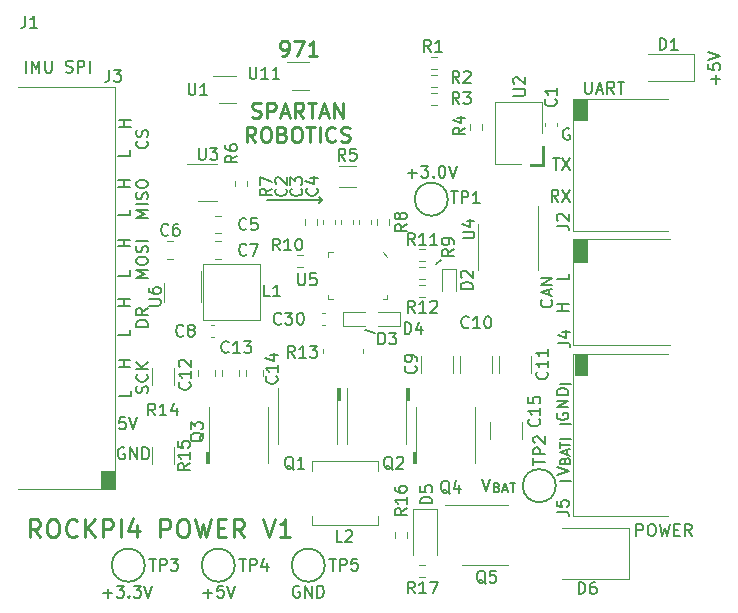
<source format=gbr>
%TF.GenerationSoftware,KiCad,Pcbnew,6.0.9-8da3e8f707~117~ubuntu20.04.1*%
%TF.CreationDate,2022-12-10T16:21:19-08:00*%
%TF.ProjectId,PI-Power-Board,50492d50-6f77-4657-922d-426f6172642e,rev?*%
%TF.SameCoordinates,Original*%
%TF.FileFunction,Legend,Top*%
%TF.FilePolarity,Positive*%
%FSLAX46Y46*%
G04 Gerber Fmt 4.6, Leading zero omitted, Abs format (unit mm)*
G04 Created by KiCad (PCBNEW 6.0.9-8da3e8f707~117~ubuntu20.04.1) date 2022-12-10 16:21:19*
%MOMM*%
%LPD*%
G01*
G04 APERTURE LIST*
%ADD10C,0.150000*%
%ADD11C,0.228600*%
%ADD12C,0.120000*%
G04 APERTURE END LIST*
D10*
X94234000Y-103530400D02*
X95072200Y-103759000D01*
X90576400Y-92532200D02*
X90322400Y-92786200D01*
X111658400Y-112776000D02*
X110744000Y-112776000D01*
X111658400Y-111480600D02*
X110731300Y-111480600D01*
X111658400Y-116306600D02*
X110731300Y-116306600D01*
X100609400Y-97612200D02*
X100228400Y-97967800D01*
X85953600Y-92532200D02*
X90576400Y-92532200D01*
X90576400Y-92532200D02*
X90347800Y-92303600D01*
X111658400Y-108127800D02*
X110731300Y-108127800D01*
X110109095Y-88987380D02*
X110680523Y-88987380D01*
X110394809Y-89987380D02*
X110394809Y-88987380D01*
X110918619Y-88987380D02*
X111585285Y-89987380D01*
X111585285Y-88987380D02*
X110918619Y-89987380D01*
X75839580Y-94027428D02*
X74839580Y-94027428D01*
X75553866Y-93694095D01*
X74839580Y-93360761D01*
X75839580Y-93360761D01*
X75839580Y-92884571D02*
X74839580Y-92884571D01*
X75791961Y-92456000D02*
X75839580Y-92313142D01*
X75839580Y-92075047D01*
X75791961Y-91979809D01*
X75744342Y-91932190D01*
X75649104Y-91884571D01*
X75553866Y-91884571D01*
X75458628Y-91932190D01*
X75411009Y-91979809D01*
X75363390Y-92075047D01*
X75315771Y-92265523D01*
X75268152Y-92360761D01*
X75220533Y-92408380D01*
X75125295Y-92456000D01*
X75030057Y-92456000D01*
X74934819Y-92408380D01*
X74887200Y-92360761D01*
X74839580Y-92265523D01*
X74839580Y-92027428D01*
X74887200Y-91884571D01*
X74839580Y-91265523D02*
X74839580Y-91075047D01*
X74887200Y-90979809D01*
X74982438Y-90884571D01*
X75172914Y-90836952D01*
X75506247Y-90836952D01*
X75696723Y-90884571D01*
X75791961Y-90979809D01*
X75839580Y-91075047D01*
X75839580Y-91265523D01*
X75791961Y-91360761D01*
X75696723Y-91456000D01*
X75506247Y-91503619D01*
X75172914Y-91503619D01*
X74982438Y-91456000D01*
X74887200Y-91360761D01*
X74839580Y-91265523D01*
X111450380Y-101885714D02*
X110450380Y-101885714D01*
X110926571Y-101885714D02*
X110926571Y-101314285D01*
X111450380Y-101314285D02*
X110450380Y-101314285D01*
X73901323Y-110932980D02*
X73425133Y-110932980D01*
X73377514Y-111409171D01*
X73425133Y-111361552D01*
X73520371Y-111313933D01*
X73758466Y-111313933D01*
X73853704Y-111361552D01*
X73901323Y-111409171D01*
X73948942Y-111504409D01*
X73948942Y-111742504D01*
X73901323Y-111837742D01*
X73853704Y-111885361D01*
X73758466Y-111932980D01*
X73520371Y-111932980D01*
X73425133Y-111885361D01*
X73377514Y-111837742D01*
X74234657Y-110932980D02*
X74567990Y-111932980D01*
X74901323Y-110932980D01*
X111450380Y-98750476D02*
X111450380Y-99226666D01*
X110450380Y-99226666D01*
X74315580Y-96450114D02*
X73315580Y-96450114D01*
X73791771Y-96450114D02*
X73791771Y-95878685D01*
X74315580Y-95878685D02*
X73315580Y-95878685D01*
D11*
X87143771Y-80305123D02*
X87385676Y-80305123D01*
X87506628Y-80244647D01*
X87567104Y-80184171D01*
X87688057Y-80002742D01*
X87748533Y-79760838D01*
X87748533Y-79277028D01*
X87688057Y-79156076D01*
X87627580Y-79095600D01*
X87506628Y-79035123D01*
X87264723Y-79035123D01*
X87143771Y-79095600D01*
X87083295Y-79156076D01*
X87022819Y-79277028D01*
X87022819Y-79579409D01*
X87083295Y-79700361D01*
X87143771Y-79760838D01*
X87264723Y-79821314D01*
X87506628Y-79821314D01*
X87627580Y-79760838D01*
X87688057Y-79700361D01*
X87748533Y-79579409D01*
X88171866Y-79035123D02*
X89018533Y-79035123D01*
X88474247Y-80305123D01*
X90167580Y-80305123D02*
X89441866Y-80305123D01*
X89804723Y-80305123D02*
X89804723Y-79035123D01*
X89683771Y-79216552D01*
X89562819Y-79337504D01*
X89441866Y-79397980D01*
D10*
X74315580Y-103500276D02*
X74315580Y-103976466D01*
X73315580Y-103976466D01*
X111513904Y-86495000D02*
X111418666Y-86447380D01*
X111275809Y-86447380D01*
X111132952Y-86495000D01*
X111037714Y-86590238D01*
X110990095Y-86685476D01*
X110942476Y-86875952D01*
X110942476Y-87018809D01*
X110990095Y-87209285D01*
X111037714Y-87304523D01*
X111132952Y-87399761D01*
X111275809Y-87447380D01*
X111371047Y-87447380D01*
X111513904Y-87399761D01*
X111561523Y-87352142D01*
X111561523Y-87018809D01*
X111371047Y-87018809D01*
X74315580Y-91395514D02*
X73315580Y-91395514D01*
X73791771Y-91395514D02*
X73791771Y-90824085D01*
X74315580Y-90824085D02*
X73315580Y-90824085D01*
X74290180Y-93340276D02*
X74290180Y-93816466D01*
X73290180Y-93816466D01*
X75839580Y-103250904D02*
X74839580Y-103250904D01*
X74839580Y-103012809D01*
X74887200Y-102869952D01*
X74982438Y-102774714D01*
X75077676Y-102727095D01*
X75268152Y-102679476D01*
X75411009Y-102679476D01*
X75601485Y-102727095D01*
X75696723Y-102774714D01*
X75791961Y-102869952D01*
X75839580Y-103012809D01*
X75839580Y-103250904D01*
X75839580Y-101679476D02*
X75363390Y-102012809D01*
X75839580Y-102250904D02*
X74839580Y-102250904D01*
X74839580Y-101869952D01*
X74887200Y-101774714D01*
X74934819Y-101727095D01*
X75030057Y-101679476D01*
X75172914Y-101679476D01*
X75268152Y-101727095D01*
X75315771Y-101774714D01*
X75363390Y-101869952D01*
X75363390Y-102250904D01*
X73837895Y-113520600D02*
X73742657Y-113472980D01*
X73599800Y-113472980D01*
X73456942Y-113520600D01*
X73361704Y-113615838D01*
X73314085Y-113711076D01*
X73266466Y-113901552D01*
X73266466Y-114044409D01*
X73314085Y-114234885D01*
X73361704Y-114330123D01*
X73456942Y-114425361D01*
X73599800Y-114472980D01*
X73695038Y-114472980D01*
X73837895Y-114425361D01*
X73885514Y-114377742D01*
X73885514Y-114044409D01*
X73695038Y-114044409D01*
X74314085Y-114472980D02*
X74314085Y-113472980D01*
X74885514Y-114472980D01*
X74885514Y-113472980D01*
X75361704Y-114472980D02*
X75361704Y-113472980D01*
X75599800Y-113472980D01*
X75742657Y-113520600D01*
X75837895Y-113615838D01*
X75885514Y-113711076D01*
X75933133Y-113901552D01*
X75933133Y-114044409D01*
X75885514Y-114234885D01*
X75837895Y-114330123D01*
X75742657Y-114425361D01*
X75599800Y-114472980D01*
X75361704Y-114472980D01*
X74366380Y-86340914D02*
X73366380Y-86340914D01*
X73842571Y-86340914D02*
X73842571Y-85769485D01*
X74366380Y-85769485D02*
X73366380Y-85769485D01*
X75791961Y-108854714D02*
X75839580Y-108711857D01*
X75839580Y-108473761D01*
X75791961Y-108378523D01*
X75744342Y-108330904D01*
X75649104Y-108283285D01*
X75553866Y-108283285D01*
X75458628Y-108330904D01*
X75411009Y-108378523D01*
X75363390Y-108473761D01*
X75315771Y-108664238D01*
X75268152Y-108759476D01*
X75220533Y-108807095D01*
X75125295Y-108854714D01*
X75030057Y-108854714D01*
X74934819Y-108807095D01*
X74887200Y-108759476D01*
X74839580Y-108664238D01*
X74839580Y-108426142D01*
X74887200Y-108283285D01*
X75744342Y-107283285D02*
X75791961Y-107330904D01*
X75839580Y-107473761D01*
X75839580Y-107569000D01*
X75791961Y-107711857D01*
X75696723Y-107807095D01*
X75601485Y-107854714D01*
X75411009Y-107902333D01*
X75268152Y-107902333D01*
X75077676Y-107854714D01*
X74982438Y-107807095D01*
X74887200Y-107711857D01*
X74839580Y-107569000D01*
X74839580Y-107473761D01*
X74887200Y-107330904D01*
X74934819Y-107283285D01*
X75839580Y-106854714D02*
X74839580Y-106854714D01*
X75839580Y-106283285D02*
X75268152Y-106711857D01*
X74839580Y-106283285D02*
X75411009Y-106854714D01*
X75839580Y-99107428D02*
X74839580Y-99107428D01*
X75553866Y-98774095D01*
X74839580Y-98440761D01*
X75839580Y-98440761D01*
X74839580Y-97774095D02*
X74839580Y-97583619D01*
X74887200Y-97488380D01*
X74982438Y-97393142D01*
X75172914Y-97345523D01*
X75506247Y-97345523D01*
X75696723Y-97393142D01*
X75791961Y-97488380D01*
X75839580Y-97583619D01*
X75839580Y-97774095D01*
X75791961Y-97869333D01*
X75696723Y-97964571D01*
X75506247Y-98012190D01*
X75172914Y-98012190D01*
X74982438Y-97964571D01*
X74887200Y-97869333D01*
X74839580Y-97774095D01*
X75791961Y-96964571D02*
X75839580Y-96821714D01*
X75839580Y-96583619D01*
X75791961Y-96488380D01*
X75744342Y-96440761D01*
X75649104Y-96393142D01*
X75553866Y-96393142D01*
X75458628Y-96440761D01*
X75411009Y-96488380D01*
X75363390Y-96583619D01*
X75315771Y-96774095D01*
X75268152Y-96869333D01*
X75220533Y-96916952D01*
X75125295Y-96964571D01*
X75030057Y-96964571D01*
X74934819Y-96916952D01*
X74887200Y-96869333D01*
X74839580Y-96774095D01*
X74839580Y-96536000D01*
X74887200Y-96393142D01*
X75839580Y-95964571D02*
X74839580Y-95964571D01*
X74315580Y-88311076D02*
X74315580Y-88787266D01*
X73315580Y-88787266D01*
X74315580Y-98471076D02*
X74315580Y-98947266D01*
X73315580Y-98947266D01*
X74340980Y-106635514D02*
X73340980Y-106635514D01*
X73817171Y-106635514D02*
X73817171Y-106064085D01*
X74340980Y-106064085D02*
X73340980Y-106064085D01*
X74315580Y-101504714D02*
X73315580Y-101504714D01*
X73791771Y-101504714D02*
X73791771Y-100933285D01*
X74315580Y-100933285D02*
X73315580Y-100933285D01*
D11*
X66711285Y-121085428D02*
X66203285Y-120359714D01*
X65840428Y-121085428D02*
X65840428Y-119561428D01*
X66421000Y-119561428D01*
X66566142Y-119634000D01*
X66638714Y-119706571D01*
X66711285Y-119851714D01*
X66711285Y-120069428D01*
X66638714Y-120214571D01*
X66566142Y-120287142D01*
X66421000Y-120359714D01*
X65840428Y-120359714D01*
X67654714Y-119561428D02*
X67945000Y-119561428D01*
X68090142Y-119634000D01*
X68235285Y-119779142D01*
X68307857Y-120069428D01*
X68307857Y-120577428D01*
X68235285Y-120867714D01*
X68090142Y-121012857D01*
X67945000Y-121085428D01*
X67654714Y-121085428D01*
X67509571Y-121012857D01*
X67364428Y-120867714D01*
X67291857Y-120577428D01*
X67291857Y-120069428D01*
X67364428Y-119779142D01*
X67509571Y-119634000D01*
X67654714Y-119561428D01*
X69831857Y-120940285D02*
X69759285Y-121012857D01*
X69541571Y-121085428D01*
X69396428Y-121085428D01*
X69178714Y-121012857D01*
X69033571Y-120867714D01*
X68961000Y-120722571D01*
X68888428Y-120432285D01*
X68888428Y-120214571D01*
X68961000Y-119924285D01*
X69033571Y-119779142D01*
X69178714Y-119634000D01*
X69396428Y-119561428D01*
X69541571Y-119561428D01*
X69759285Y-119634000D01*
X69831857Y-119706571D01*
X70485000Y-121085428D02*
X70485000Y-119561428D01*
X71355857Y-121085428D02*
X70702714Y-120214571D01*
X71355857Y-119561428D02*
X70485000Y-120432285D01*
X72009000Y-121085428D02*
X72009000Y-119561428D01*
X72589571Y-119561428D01*
X72734714Y-119634000D01*
X72807285Y-119706571D01*
X72879857Y-119851714D01*
X72879857Y-120069428D01*
X72807285Y-120214571D01*
X72734714Y-120287142D01*
X72589571Y-120359714D01*
X72009000Y-120359714D01*
X73533000Y-121085428D02*
X73533000Y-119561428D01*
X74911857Y-120069428D02*
X74911857Y-121085428D01*
X74549000Y-119488857D02*
X74186142Y-120577428D01*
X75129571Y-120577428D01*
X76871285Y-121085428D02*
X76871285Y-119561428D01*
X77451857Y-119561428D01*
X77597000Y-119634000D01*
X77669571Y-119706571D01*
X77742142Y-119851714D01*
X77742142Y-120069428D01*
X77669571Y-120214571D01*
X77597000Y-120287142D01*
X77451857Y-120359714D01*
X76871285Y-120359714D01*
X78685571Y-119561428D02*
X78975857Y-119561428D01*
X79121000Y-119634000D01*
X79266142Y-119779142D01*
X79338714Y-120069428D01*
X79338714Y-120577428D01*
X79266142Y-120867714D01*
X79121000Y-121012857D01*
X78975857Y-121085428D01*
X78685571Y-121085428D01*
X78540428Y-121012857D01*
X78395285Y-120867714D01*
X78322714Y-120577428D01*
X78322714Y-120069428D01*
X78395285Y-119779142D01*
X78540428Y-119634000D01*
X78685571Y-119561428D01*
X79846714Y-119561428D02*
X80209571Y-121085428D01*
X80499857Y-119996857D01*
X80790142Y-121085428D01*
X81153000Y-119561428D01*
X81733571Y-120287142D02*
X82241571Y-120287142D01*
X82459285Y-121085428D02*
X81733571Y-121085428D01*
X81733571Y-119561428D01*
X82459285Y-119561428D01*
X83983285Y-121085428D02*
X83475285Y-120359714D01*
X83112428Y-121085428D02*
X83112428Y-119561428D01*
X83693000Y-119561428D01*
X83838142Y-119634000D01*
X83910714Y-119706571D01*
X83983285Y-119851714D01*
X83983285Y-120069428D01*
X83910714Y-120214571D01*
X83838142Y-120287142D01*
X83693000Y-120359714D01*
X83112428Y-120359714D01*
X85579857Y-119561428D02*
X86087857Y-121085428D01*
X86595857Y-119561428D01*
X87902142Y-121085428D02*
X87031285Y-121085428D01*
X87466714Y-121085428D02*
X87466714Y-119561428D01*
X87321571Y-119779142D01*
X87176428Y-119924285D01*
X87031285Y-119996857D01*
D10*
X75744342Y-87542666D02*
X75791961Y-87590285D01*
X75839580Y-87733142D01*
X75839580Y-87828380D01*
X75791961Y-87971238D01*
X75696723Y-88066476D01*
X75601485Y-88114095D01*
X75411009Y-88161714D01*
X75268152Y-88161714D01*
X75077676Y-88114095D01*
X74982438Y-88066476D01*
X74887200Y-87971238D01*
X74839580Y-87828380D01*
X74839580Y-87733142D01*
X74887200Y-87590285D01*
X74934819Y-87542666D01*
X75791961Y-87161714D02*
X75839580Y-87018857D01*
X75839580Y-86780761D01*
X75791961Y-86685523D01*
X75744342Y-86637904D01*
X75649104Y-86590285D01*
X75553866Y-86590285D01*
X75458628Y-86637904D01*
X75411009Y-86685523D01*
X75363390Y-86780761D01*
X75315771Y-86971238D01*
X75268152Y-87066476D01*
X75220533Y-87114095D01*
X75125295Y-87161714D01*
X75030057Y-87161714D01*
X74934819Y-87114095D01*
X74887200Y-87066476D01*
X74839580Y-86971238D01*
X74839580Y-86733142D01*
X74887200Y-86590285D01*
X110577333Y-92654380D02*
X110244000Y-92178190D01*
X110005904Y-92654380D02*
X110005904Y-91654380D01*
X110386857Y-91654380D01*
X110482095Y-91702000D01*
X110529714Y-91749619D01*
X110577333Y-91844857D01*
X110577333Y-91987714D01*
X110529714Y-92082952D01*
X110482095Y-92130571D01*
X110386857Y-92178190D01*
X110005904Y-92178190D01*
X110910666Y-91654380D02*
X111577333Y-92654380D01*
X111577333Y-91654380D02*
X110910666Y-92654380D01*
X74366380Y-108656476D02*
X74366380Y-109132666D01*
X73366380Y-109132666D01*
X110450380Y-115807952D02*
X111450380Y-115474619D01*
X110450380Y-115141285D01*
X111140857Y-114588904D02*
X111178952Y-114474619D01*
X111217047Y-114436523D01*
X111293238Y-114398428D01*
X111407523Y-114398428D01*
X111483714Y-114436523D01*
X111521809Y-114474619D01*
X111559904Y-114550809D01*
X111559904Y-114855571D01*
X110759904Y-114855571D01*
X110759904Y-114588904D01*
X110798000Y-114512714D01*
X110836095Y-114474619D01*
X110912285Y-114436523D01*
X110988476Y-114436523D01*
X111064666Y-114474619D01*
X111102761Y-114512714D01*
X111140857Y-114588904D01*
X111140857Y-114855571D01*
X111331333Y-114093666D02*
X111331333Y-113712714D01*
X111559904Y-114169857D02*
X110759904Y-113903190D01*
X111559904Y-113636523D01*
X110759904Y-113484142D02*
X110759904Y-113027000D01*
X111559904Y-113255571D02*
X110759904Y-113255571D01*
X110472600Y-110566104D02*
X110424980Y-110661342D01*
X110424980Y-110804200D01*
X110472600Y-110947057D01*
X110567838Y-111042295D01*
X110663076Y-111089914D01*
X110853552Y-111137533D01*
X110996409Y-111137533D01*
X111186885Y-111089914D01*
X111282123Y-111042295D01*
X111377361Y-110947057D01*
X111424980Y-110804200D01*
X111424980Y-110708961D01*
X111377361Y-110566104D01*
X111329742Y-110518485D01*
X110996409Y-110518485D01*
X110996409Y-110708961D01*
X111424980Y-110089914D02*
X110424980Y-110089914D01*
X111424980Y-109518485D01*
X110424980Y-109518485D01*
X111424980Y-109042295D02*
X110424980Y-109042295D01*
X110424980Y-108804200D01*
X110472600Y-108661342D01*
X110567838Y-108566104D01*
X110663076Y-108518485D01*
X110853552Y-108470866D01*
X110996409Y-108470866D01*
X111186885Y-108518485D01*
X111282123Y-108566104D01*
X111377361Y-108661342D01*
X111424980Y-108804200D01*
X111424980Y-109042295D01*
D11*
X84648523Y-85496097D02*
X84829952Y-85556573D01*
X85132333Y-85556573D01*
X85253285Y-85496097D01*
X85313761Y-85435621D01*
X85374238Y-85314669D01*
X85374238Y-85193716D01*
X85313761Y-85072764D01*
X85253285Y-85012288D01*
X85132333Y-84951811D01*
X84890428Y-84891335D01*
X84769476Y-84830859D01*
X84709000Y-84770383D01*
X84648523Y-84649430D01*
X84648523Y-84528478D01*
X84709000Y-84407526D01*
X84769476Y-84347050D01*
X84890428Y-84286573D01*
X85192809Y-84286573D01*
X85374238Y-84347050D01*
X85918523Y-85556573D02*
X85918523Y-84286573D01*
X86402333Y-84286573D01*
X86523285Y-84347050D01*
X86583761Y-84407526D01*
X86644238Y-84528478D01*
X86644238Y-84709907D01*
X86583761Y-84830859D01*
X86523285Y-84891335D01*
X86402333Y-84951811D01*
X85918523Y-84951811D01*
X87128047Y-85193716D02*
X87732809Y-85193716D01*
X87007095Y-85556573D02*
X87430428Y-84286573D01*
X87853761Y-85556573D01*
X89002809Y-85556573D02*
X88579476Y-84951811D01*
X88277095Y-85556573D02*
X88277095Y-84286573D01*
X88760904Y-84286573D01*
X88881857Y-84347050D01*
X88942333Y-84407526D01*
X89002809Y-84528478D01*
X89002809Y-84709907D01*
X88942333Y-84830859D01*
X88881857Y-84891335D01*
X88760904Y-84951811D01*
X88277095Y-84951811D01*
X89365666Y-84286573D02*
X90091380Y-84286573D01*
X89728523Y-85556573D02*
X89728523Y-84286573D01*
X90454238Y-85193716D02*
X91059000Y-85193716D01*
X90333285Y-85556573D02*
X90756619Y-84286573D01*
X91179952Y-85556573D01*
X91603285Y-85556573D02*
X91603285Y-84286573D01*
X92329000Y-85556573D01*
X92329000Y-84286573D01*
X84920666Y-87601273D02*
X84497333Y-86996511D01*
X84194952Y-87601273D02*
X84194952Y-86331273D01*
X84678761Y-86331273D01*
X84799714Y-86391750D01*
X84860190Y-86452226D01*
X84920666Y-86573178D01*
X84920666Y-86754607D01*
X84860190Y-86875559D01*
X84799714Y-86936035D01*
X84678761Y-86996511D01*
X84194952Y-86996511D01*
X85706857Y-86331273D02*
X85948761Y-86331273D01*
X86069714Y-86391750D01*
X86190666Y-86512702D01*
X86251142Y-86754607D01*
X86251142Y-87177940D01*
X86190666Y-87419845D01*
X86069714Y-87540797D01*
X85948761Y-87601273D01*
X85706857Y-87601273D01*
X85585904Y-87540797D01*
X85464952Y-87419845D01*
X85404476Y-87177940D01*
X85404476Y-86754607D01*
X85464952Y-86512702D01*
X85585904Y-86391750D01*
X85706857Y-86331273D01*
X87218761Y-86936035D02*
X87400190Y-86996511D01*
X87460666Y-87056988D01*
X87521142Y-87177940D01*
X87521142Y-87359369D01*
X87460666Y-87480321D01*
X87400190Y-87540797D01*
X87279238Y-87601273D01*
X86795428Y-87601273D01*
X86795428Y-86331273D01*
X87218761Y-86331273D01*
X87339714Y-86391750D01*
X87400190Y-86452226D01*
X87460666Y-86573178D01*
X87460666Y-86694130D01*
X87400190Y-86815083D01*
X87339714Y-86875559D01*
X87218761Y-86936035D01*
X86795428Y-86936035D01*
X88307333Y-86331273D02*
X88549238Y-86331273D01*
X88670190Y-86391750D01*
X88791142Y-86512702D01*
X88851619Y-86754607D01*
X88851619Y-87177940D01*
X88791142Y-87419845D01*
X88670190Y-87540797D01*
X88549238Y-87601273D01*
X88307333Y-87601273D01*
X88186380Y-87540797D01*
X88065428Y-87419845D01*
X88004952Y-87177940D01*
X88004952Y-86754607D01*
X88065428Y-86512702D01*
X88186380Y-86391750D01*
X88307333Y-86331273D01*
X89214476Y-86331273D02*
X89940190Y-86331273D01*
X89577333Y-87601273D02*
X89577333Y-86331273D01*
X90363523Y-87601273D02*
X90363523Y-86331273D01*
X91694000Y-87480321D02*
X91633523Y-87540797D01*
X91452095Y-87601273D01*
X91331142Y-87601273D01*
X91149714Y-87540797D01*
X91028761Y-87419845D01*
X90968285Y-87298892D01*
X90907809Y-87056988D01*
X90907809Y-86875559D01*
X90968285Y-86633654D01*
X91028761Y-86512702D01*
X91149714Y-86391750D01*
X91331142Y-86331273D01*
X91452095Y-86331273D01*
X91633523Y-86391750D01*
X91694000Y-86452226D01*
X92177809Y-87540797D02*
X92359238Y-87601273D01*
X92661619Y-87601273D01*
X92782571Y-87540797D01*
X92843047Y-87480321D01*
X92903523Y-87359369D01*
X92903523Y-87238416D01*
X92843047Y-87117464D01*
X92782571Y-87056988D01*
X92661619Y-86996511D01*
X92419714Y-86936035D01*
X92298761Y-86875559D01*
X92238285Y-86815083D01*
X92177809Y-86694130D01*
X92177809Y-86573178D01*
X92238285Y-86452226D01*
X92298761Y-86391750D01*
X92419714Y-86331273D01*
X92722095Y-86331273D01*
X92903523Y-86391750D01*
D10*
%TO.C,C10*%
X102989142Y-103277942D02*
X102941523Y-103325561D01*
X102798666Y-103373180D01*
X102703428Y-103373180D01*
X102560571Y-103325561D01*
X102465333Y-103230323D01*
X102417714Y-103135085D01*
X102370095Y-102944609D01*
X102370095Y-102801752D01*
X102417714Y-102611276D01*
X102465333Y-102516038D01*
X102560571Y-102420800D01*
X102703428Y-102373180D01*
X102798666Y-102373180D01*
X102941523Y-102420800D01*
X102989142Y-102468419D01*
X103941523Y-103373180D02*
X103370095Y-103373180D01*
X103655809Y-103373180D02*
X103655809Y-102373180D01*
X103560571Y-102516038D01*
X103465333Y-102611276D01*
X103370095Y-102658895D01*
X104560571Y-102373180D02*
X104655809Y-102373180D01*
X104751047Y-102420800D01*
X104798666Y-102468419D01*
X104846285Y-102563657D01*
X104893904Y-102754133D01*
X104893904Y-102992228D01*
X104846285Y-103182704D01*
X104798666Y-103277942D01*
X104751047Y-103325561D01*
X104655809Y-103373180D01*
X104560571Y-103373180D01*
X104465333Y-103325561D01*
X104417714Y-103277942D01*
X104370095Y-103182704D01*
X104322476Y-102992228D01*
X104322476Y-102754133D01*
X104370095Y-102563657D01*
X104417714Y-102468419D01*
X104465333Y-102420800D01*
X104560571Y-102373180D01*
%TO.C,R9*%
X101722180Y-96686666D02*
X101245990Y-97020000D01*
X101722180Y-97258095D02*
X100722180Y-97258095D01*
X100722180Y-96877142D01*
X100769800Y-96781904D01*
X100817419Y-96734285D01*
X100912657Y-96686666D01*
X101055514Y-96686666D01*
X101150752Y-96734285D01*
X101198371Y-96781904D01*
X101245990Y-96877142D01*
X101245990Y-97258095D01*
X101722180Y-96210476D02*
X101722180Y-96020000D01*
X101674561Y-95924761D01*
X101626942Y-95877142D01*
X101484085Y-95781904D01*
X101293609Y-95734285D01*
X100912657Y-95734285D01*
X100817419Y-95781904D01*
X100769800Y-95829523D01*
X100722180Y-95924761D01*
X100722180Y-96115238D01*
X100769800Y-96210476D01*
X100817419Y-96258095D01*
X100912657Y-96305714D01*
X101150752Y-96305714D01*
X101245990Y-96258095D01*
X101293609Y-96210476D01*
X101341228Y-96115238D01*
X101341228Y-95924761D01*
X101293609Y-95829523D01*
X101245990Y-95781904D01*
X101150752Y-95734285D01*
%TO.C,U3*%
X80137095Y-88111380D02*
X80137095Y-88920904D01*
X80184714Y-89016142D01*
X80232333Y-89063761D01*
X80327571Y-89111380D01*
X80518047Y-89111380D01*
X80613285Y-89063761D01*
X80660904Y-89016142D01*
X80708523Y-88920904D01*
X80708523Y-88111380D01*
X81089476Y-88111380D02*
X81708523Y-88111380D01*
X81375190Y-88492333D01*
X81518047Y-88492333D01*
X81613285Y-88539952D01*
X81660904Y-88587571D01*
X81708523Y-88682809D01*
X81708523Y-88920904D01*
X81660904Y-89016142D01*
X81613285Y-89063761D01*
X81518047Y-89111380D01*
X81232333Y-89111380D01*
X81137095Y-89063761D01*
X81089476Y-89016142D01*
%TO.C,C30*%
X87114142Y-102973142D02*
X87066523Y-103020761D01*
X86923666Y-103068380D01*
X86828428Y-103068380D01*
X86685571Y-103020761D01*
X86590333Y-102925523D01*
X86542714Y-102830285D01*
X86495095Y-102639809D01*
X86495095Y-102496952D01*
X86542714Y-102306476D01*
X86590333Y-102211238D01*
X86685571Y-102116000D01*
X86828428Y-102068380D01*
X86923666Y-102068380D01*
X87066523Y-102116000D01*
X87114142Y-102163619D01*
X87447476Y-102068380D02*
X88066523Y-102068380D01*
X87733190Y-102449333D01*
X87876047Y-102449333D01*
X87971285Y-102496952D01*
X88018904Y-102544571D01*
X88066523Y-102639809D01*
X88066523Y-102877904D01*
X88018904Y-102973142D01*
X87971285Y-103020761D01*
X87876047Y-103068380D01*
X87590333Y-103068380D01*
X87495095Y-103020761D01*
X87447476Y-102973142D01*
X88685571Y-102068380D02*
X88780809Y-102068380D01*
X88876047Y-102116000D01*
X88923666Y-102163619D01*
X88971285Y-102258857D01*
X89018904Y-102449333D01*
X89018904Y-102687428D01*
X88971285Y-102877904D01*
X88923666Y-102973142D01*
X88876047Y-103020761D01*
X88780809Y-103068380D01*
X88685571Y-103068380D01*
X88590333Y-103020761D01*
X88542714Y-102973142D01*
X88495095Y-102877904D01*
X88447476Y-102687428D01*
X88447476Y-102449333D01*
X88495095Y-102258857D01*
X88542714Y-102163619D01*
X88590333Y-102116000D01*
X88685571Y-102068380D01*
%TO.C,C14*%
X86717142Y-107449857D02*
X86764761Y-107497476D01*
X86812380Y-107640333D01*
X86812380Y-107735571D01*
X86764761Y-107878428D01*
X86669523Y-107973666D01*
X86574285Y-108021285D01*
X86383809Y-108068904D01*
X86240952Y-108068904D01*
X86050476Y-108021285D01*
X85955238Y-107973666D01*
X85860000Y-107878428D01*
X85812380Y-107735571D01*
X85812380Y-107640333D01*
X85860000Y-107497476D01*
X85907619Y-107449857D01*
X86812380Y-106497476D02*
X86812380Y-107068904D01*
X86812380Y-106783190D02*
X85812380Y-106783190D01*
X85955238Y-106878428D01*
X86050476Y-106973666D01*
X86098095Y-107068904D01*
X86145714Y-105640333D02*
X86812380Y-105640333D01*
X85764761Y-105878428D02*
X86479047Y-106116523D01*
X86479047Y-105497476D01*
%TO.C,L1*%
X86167933Y-100680780D02*
X85691742Y-100680780D01*
X85691742Y-99680780D01*
X87025076Y-100680780D02*
X86453647Y-100680780D01*
X86739361Y-100680780D02*
X86739361Y-99680780D01*
X86644123Y-99823638D01*
X86548885Y-99918876D01*
X86453647Y-99966495D01*
%TO.C,U2*%
X106767380Y-83692904D02*
X107576904Y-83692904D01*
X107672142Y-83645285D01*
X107719761Y-83597666D01*
X107767380Y-83502428D01*
X107767380Y-83311952D01*
X107719761Y-83216714D01*
X107672142Y-83169095D01*
X107576904Y-83121476D01*
X106767380Y-83121476D01*
X106862619Y-82692904D02*
X106815000Y-82645285D01*
X106767380Y-82550047D01*
X106767380Y-82311952D01*
X106815000Y-82216714D01*
X106862619Y-82169095D01*
X106957857Y-82121476D01*
X107053095Y-82121476D01*
X107195952Y-82169095D01*
X107767380Y-82740523D01*
X107767380Y-82121476D01*
%TO.C,Q4*%
X101377761Y-117387619D02*
X101282523Y-117340000D01*
X101187285Y-117244761D01*
X101044428Y-117101904D01*
X100949190Y-117054285D01*
X100853952Y-117054285D01*
X100901571Y-117292380D02*
X100806333Y-117244761D01*
X100711095Y-117149523D01*
X100663476Y-116959047D01*
X100663476Y-116625714D01*
X100711095Y-116435238D01*
X100806333Y-116340000D01*
X100901571Y-116292380D01*
X101092047Y-116292380D01*
X101187285Y-116340000D01*
X101282523Y-116435238D01*
X101330142Y-116625714D01*
X101330142Y-116959047D01*
X101282523Y-117149523D01*
X101187285Y-117244761D01*
X101092047Y-117292380D01*
X100901571Y-117292380D01*
X102187285Y-116625714D02*
X102187285Y-117292380D01*
X101949190Y-116244761D02*
X101711095Y-116959047D01*
X102330142Y-116959047D01*
%TO.C,U1*%
X79273495Y-82637380D02*
X79273495Y-83446904D01*
X79321114Y-83542142D01*
X79368733Y-83589761D01*
X79463971Y-83637380D01*
X79654447Y-83637380D01*
X79749685Y-83589761D01*
X79797304Y-83542142D01*
X79844923Y-83446904D01*
X79844923Y-82637380D01*
X80844923Y-83637380D02*
X80273495Y-83637380D01*
X80559209Y-83637380D02*
X80559209Y-82637380D01*
X80463971Y-82780238D01*
X80368733Y-82875476D01*
X80273495Y-82923095D01*
%TO.C,J5*%
X110450380Y-118925933D02*
X111164666Y-118925933D01*
X111307523Y-118973552D01*
X111402761Y-119068790D01*
X111450380Y-119211647D01*
X111450380Y-119306885D01*
X110450380Y-117973552D02*
X110450380Y-118449742D01*
X110926571Y-118497361D01*
X110878952Y-118449742D01*
X110831333Y-118354504D01*
X110831333Y-118116409D01*
X110878952Y-118021171D01*
X110926571Y-117973552D01*
X111021809Y-117925933D01*
X111259904Y-117925933D01*
X111355142Y-117973552D01*
X111402761Y-118021171D01*
X111450380Y-118116409D01*
X111450380Y-118354504D01*
X111402761Y-118449742D01*
X111355142Y-118497361D01*
X117197476Y-120975380D02*
X117197476Y-119975380D01*
X117578428Y-119975380D01*
X117673666Y-120023000D01*
X117721285Y-120070619D01*
X117768904Y-120165857D01*
X117768904Y-120308714D01*
X117721285Y-120403952D01*
X117673666Y-120451571D01*
X117578428Y-120499190D01*
X117197476Y-120499190D01*
X118387952Y-119975380D02*
X118578428Y-119975380D01*
X118673666Y-120023000D01*
X118768904Y-120118238D01*
X118816523Y-120308714D01*
X118816523Y-120642047D01*
X118768904Y-120832523D01*
X118673666Y-120927761D01*
X118578428Y-120975380D01*
X118387952Y-120975380D01*
X118292714Y-120927761D01*
X118197476Y-120832523D01*
X118149857Y-120642047D01*
X118149857Y-120308714D01*
X118197476Y-120118238D01*
X118292714Y-120023000D01*
X118387952Y-119975380D01*
X119149857Y-119975380D02*
X119387952Y-120975380D01*
X119578428Y-120261095D01*
X119768904Y-120975380D01*
X120007000Y-119975380D01*
X120387952Y-120451571D02*
X120721285Y-120451571D01*
X120864142Y-120975380D02*
X120387952Y-120975380D01*
X120387952Y-119975380D01*
X120864142Y-119975380D01*
X121864142Y-120975380D02*
X121530809Y-120499190D01*
X121292714Y-120975380D02*
X121292714Y-119975380D01*
X121673666Y-119975380D01*
X121768904Y-120023000D01*
X121816523Y-120070619D01*
X121864142Y-120165857D01*
X121864142Y-120308714D01*
X121816523Y-120403952D01*
X121768904Y-120451571D01*
X121673666Y-120499190D01*
X121292714Y-120499190D01*
%TO.C,R14*%
X76446142Y-110764580D02*
X76112809Y-110288390D01*
X75874714Y-110764580D02*
X75874714Y-109764580D01*
X76255666Y-109764580D01*
X76350904Y-109812200D01*
X76398523Y-109859819D01*
X76446142Y-109955057D01*
X76446142Y-110097914D01*
X76398523Y-110193152D01*
X76350904Y-110240771D01*
X76255666Y-110288390D01*
X75874714Y-110288390D01*
X77398523Y-110764580D02*
X76827095Y-110764580D01*
X77112809Y-110764580D02*
X77112809Y-109764580D01*
X77017571Y-109907438D01*
X76922333Y-110002676D01*
X76827095Y-110050295D01*
X78255666Y-110097914D02*
X78255666Y-110764580D01*
X78017571Y-109716961D02*
X77779476Y-110431247D01*
X78398523Y-110431247D01*
%TO.C,Q2*%
X96551761Y-115355619D02*
X96456523Y-115308000D01*
X96361285Y-115212761D01*
X96218428Y-115069904D01*
X96123190Y-115022285D01*
X96027952Y-115022285D01*
X96075571Y-115260380D02*
X95980333Y-115212761D01*
X95885095Y-115117523D01*
X95837476Y-114927047D01*
X95837476Y-114593714D01*
X95885095Y-114403238D01*
X95980333Y-114308000D01*
X96075571Y-114260380D01*
X96266047Y-114260380D01*
X96361285Y-114308000D01*
X96456523Y-114403238D01*
X96504142Y-114593714D01*
X96504142Y-114927047D01*
X96456523Y-115117523D01*
X96361285Y-115212761D01*
X96266047Y-115260380D01*
X96075571Y-115260380D01*
X96885095Y-114355619D02*
X96932714Y-114308000D01*
X97027952Y-114260380D01*
X97266047Y-114260380D01*
X97361285Y-114308000D01*
X97408904Y-114355619D01*
X97456523Y-114450857D01*
X97456523Y-114546095D01*
X97408904Y-114688952D01*
X96837476Y-115260380D01*
X97456523Y-115260380D01*
%TO.C,R4*%
X102687380Y-86399666D02*
X102211190Y-86733000D01*
X102687380Y-86971095D02*
X101687380Y-86971095D01*
X101687380Y-86590142D01*
X101735000Y-86494904D01*
X101782619Y-86447285D01*
X101877857Y-86399666D01*
X102020714Y-86399666D01*
X102115952Y-86447285D01*
X102163571Y-86494904D01*
X102211190Y-86590142D01*
X102211190Y-86971095D01*
X102020714Y-85542523D02*
X102687380Y-85542523D01*
X101639761Y-85780619D02*
X102354047Y-86018714D01*
X102354047Y-85399666D01*
%TO.C,C6*%
X77557333Y-95451142D02*
X77509714Y-95498761D01*
X77366857Y-95546380D01*
X77271619Y-95546380D01*
X77128761Y-95498761D01*
X77033523Y-95403523D01*
X76985904Y-95308285D01*
X76938285Y-95117809D01*
X76938285Y-94974952D01*
X76985904Y-94784476D01*
X77033523Y-94689238D01*
X77128761Y-94594000D01*
X77271619Y-94546380D01*
X77366857Y-94546380D01*
X77509714Y-94594000D01*
X77557333Y-94641619D01*
X78414476Y-94546380D02*
X78224000Y-94546380D01*
X78128761Y-94594000D01*
X78081142Y-94641619D01*
X77985904Y-94784476D01*
X77938285Y-94974952D01*
X77938285Y-95355904D01*
X77985904Y-95451142D01*
X78033523Y-95498761D01*
X78128761Y-95546380D01*
X78319238Y-95546380D01*
X78414476Y-95498761D01*
X78462095Y-95451142D01*
X78509714Y-95355904D01*
X78509714Y-95117809D01*
X78462095Y-95022571D01*
X78414476Y-94974952D01*
X78319238Y-94927333D01*
X78128761Y-94927333D01*
X78033523Y-94974952D01*
X77985904Y-95022571D01*
X77938285Y-95117809D01*
%TO.C,U11*%
X84436104Y-81265780D02*
X84436104Y-82075304D01*
X84483723Y-82170542D01*
X84531342Y-82218161D01*
X84626580Y-82265780D01*
X84817057Y-82265780D01*
X84912295Y-82218161D01*
X84959914Y-82170542D01*
X85007533Y-82075304D01*
X85007533Y-81265780D01*
X86007533Y-82265780D02*
X85436104Y-82265780D01*
X85721819Y-82265780D02*
X85721819Y-81265780D01*
X85626580Y-81408638D01*
X85531342Y-81503876D01*
X85436104Y-81551495D01*
X86959914Y-82265780D02*
X86388485Y-82265780D01*
X86674200Y-82265780D02*
X86674200Y-81265780D01*
X86578961Y-81408638D01*
X86483723Y-81503876D01*
X86388485Y-81551495D01*
%TO.C,R7*%
X86304380Y-91555866D02*
X85828190Y-91889200D01*
X86304380Y-92127295D02*
X85304380Y-92127295D01*
X85304380Y-91746342D01*
X85352000Y-91651104D01*
X85399619Y-91603485D01*
X85494857Y-91555866D01*
X85637714Y-91555866D01*
X85732952Y-91603485D01*
X85780571Y-91651104D01*
X85828190Y-91746342D01*
X85828190Y-92127295D01*
X85304380Y-91222533D02*
X85304380Y-90555866D01*
X86304380Y-90984438D01*
%TO.C,D5*%
X99893380Y-118213095D02*
X98893380Y-118213095D01*
X98893380Y-117975000D01*
X98941000Y-117832142D01*
X99036238Y-117736904D01*
X99131476Y-117689285D01*
X99321952Y-117641666D01*
X99464809Y-117641666D01*
X99655285Y-117689285D01*
X99750523Y-117736904D01*
X99845761Y-117832142D01*
X99893380Y-117975000D01*
X99893380Y-118213095D01*
X98893380Y-116736904D02*
X98893380Y-117213095D01*
X99369571Y-117260714D01*
X99321952Y-117213095D01*
X99274333Y-117117857D01*
X99274333Y-116879761D01*
X99321952Y-116784523D01*
X99369571Y-116736904D01*
X99464809Y-116689285D01*
X99702904Y-116689285D01*
X99798142Y-116736904D01*
X99845761Y-116784523D01*
X99893380Y-116879761D01*
X99893380Y-117117857D01*
X99845761Y-117213095D01*
X99798142Y-117260714D01*
%TO.C,D4*%
X97559904Y-103881180D02*
X97559904Y-102881180D01*
X97798000Y-102881180D01*
X97940857Y-102928800D01*
X98036095Y-103024038D01*
X98083714Y-103119276D01*
X98131333Y-103309752D01*
X98131333Y-103452609D01*
X98083714Y-103643085D01*
X98036095Y-103738323D01*
X97940857Y-103833561D01*
X97798000Y-103881180D01*
X97559904Y-103881180D01*
X98988476Y-103214514D02*
X98988476Y-103881180D01*
X98750380Y-102833561D02*
X98512285Y-103547847D01*
X99131333Y-103547847D01*
%TO.C,C11*%
X109591142Y-107068857D02*
X109638761Y-107116476D01*
X109686380Y-107259333D01*
X109686380Y-107354571D01*
X109638761Y-107497428D01*
X109543523Y-107592666D01*
X109448285Y-107640285D01*
X109257809Y-107687904D01*
X109114952Y-107687904D01*
X108924476Y-107640285D01*
X108829238Y-107592666D01*
X108734000Y-107497428D01*
X108686380Y-107354571D01*
X108686380Y-107259333D01*
X108734000Y-107116476D01*
X108781619Y-107068857D01*
X109686380Y-106116476D02*
X109686380Y-106687904D01*
X109686380Y-106402190D02*
X108686380Y-106402190D01*
X108829238Y-106497428D01*
X108924476Y-106592666D01*
X108972095Y-106687904D01*
X109686380Y-105164095D02*
X109686380Y-105735523D01*
X109686380Y-105449809D02*
X108686380Y-105449809D01*
X108829238Y-105545047D01*
X108924476Y-105640285D01*
X108972095Y-105735523D01*
%TO.C,R17*%
X98417142Y-125834380D02*
X98083809Y-125358190D01*
X97845714Y-125834380D02*
X97845714Y-124834380D01*
X98226666Y-124834380D01*
X98321904Y-124882000D01*
X98369523Y-124929619D01*
X98417142Y-125024857D01*
X98417142Y-125167714D01*
X98369523Y-125262952D01*
X98321904Y-125310571D01*
X98226666Y-125358190D01*
X97845714Y-125358190D01*
X99369523Y-125834380D02*
X98798095Y-125834380D01*
X99083809Y-125834380D02*
X99083809Y-124834380D01*
X98988571Y-124977238D01*
X98893333Y-125072476D01*
X98798095Y-125120095D01*
X99702857Y-124834380D02*
X100369523Y-124834380D01*
X99940952Y-125834380D01*
%TO.C,C7*%
X84161333Y-97131142D02*
X84113714Y-97178761D01*
X83970857Y-97226380D01*
X83875619Y-97226380D01*
X83732761Y-97178761D01*
X83637523Y-97083523D01*
X83589904Y-96988285D01*
X83542285Y-96797809D01*
X83542285Y-96654952D01*
X83589904Y-96464476D01*
X83637523Y-96369238D01*
X83732761Y-96274000D01*
X83875619Y-96226380D01*
X83970857Y-96226380D01*
X84113714Y-96274000D01*
X84161333Y-96321619D01*
X84494666Y-96226380D02*
X85161333Y-96226380D01*
X84732761Y-97226380D01*
%TO.C,D3*%
X95350104Y-104744780D02*
X95350104Y-103744780D01*
X95588200Y-103744780D01*
X95731057Y-103792400D01*
X95826295Y-103887638D01*
X95873914Y-103982876D01*
X95921533Y-104173352D01*
X95921533Y-104316209D01*
X95873914Y-104506685D01*
X95826295Y-104601923D01*
X95731057Y-104697161D01*
X95588200Y-104744780D01*
X95350104Y-104744780D01*
X96254866Y-103744780D02*
X96873914Y-103744780D01*
X96540580Y-104125733D01*
X96683438Y-104125733D01*
X96778676Y-104173352D01*
X96826295Y-104220971D01*
X96873914Y-104316209D01*
X96873914Y-104554304D01*
X96826295Y-104649542D01*
X96778676Y-104697161D01*
X96683438Y-104744780D01*
X96397723Y-104744780D01*
X96302485Y-104697161D01*
X96254866Y-104649542D01*
%TO.C,R10*%
X86987142Y-96794580D02*
X86653809Y-96318390D01*
X86415714Y-96794580D02*
X86415714Y-95794580D01*
X86796666Y-95794580D01*
X86891904Y-95842200D01*
X86939523Y-95889819D01*
X86987142Y-95985057D01*
X86987142Y-96127914D01*
X86939523Y-96223152D01*
X86891904Y-96270771D01*
X86796666Y-96318390D01*
X86415714Y-96318390D01*
X87939523Y-96794580D02*
X87368095Y-96794580D01*
X87653809Y-96794580D02*
X87653809Y-95794580D01*
X87558571Y-95937438D01*
X87463333Y-96032676D01*
X87368095Y-96080295D01*
X88558571Y-95794580D02*
X88653809Y-95794580D01*
X88749047Y-95842200D01*
X88796666Y-95889819D01*
X88844285Y-95985057D01*
X88891904Y-96175533D01*
X88891904Y-96413628D01*
X88844285Y-96604104D01*
X88796666Y-96699342D01*
X88749047Y-96746961D01*
X88653809Y-96794580D01*
X88558571Y-96794580D01*
X88463333Y-96746961D01*
X88415714Y-96699342D01*
X88368095Y-96604104D01*
X88320476Y-96413628D01*
X88320476Y-96175533D01*
X88368095Y-95985057D01*
X88415714Y-95889819D01*
X88463333Y-95842200D01*
X88558571Y-95794580D01*
%TO.C,TP2*%
X108469180Y-114952304D02*
X108469180Y-114380876D01*
X109469180Y-114666590D02*
X108469180Y-114666590D01*
X109469180Y-114047542D02*
X108469180Y-114047542D01*
X108469180Y-113666590D01*
X108516800Y-113571352D01*
X108564419Y-113523733D01*
X108659657Y-113476114D01*
X108802514Y-113476114D01*
X108897752Y-113523733D01*
X108945371Y-113571352D01*
X108992990Y-113666590D01*
X108992990Y-114047542D01*
X108564419Y-113095161D02*
X108516800Y-113047542D01*
X108469180Y-112952304D01*
X108469180Y-112714209D01*
X108516800Y-112618971D01*
X108564419Y-112571352D01*
X108659657Y-112523733D01*
X108754895Y-112523733D01*
X108897752Y-112571352D01*
X109469180Y-113142780D01*
X109469180Y-112523733D01*
X104156047Y-116165380D02*
X104489380Y-117165380D01*
X104822714Y-116165380D01*
X105375095Y-116855857D02*
X105489380Y-116893952D01*
X105527476Y-116932047D01*
X105565571Y-117008238D01*
X105565571Y-117122523D01*
X105527476Y-117198714D01*
X105489380Y-117236809D01*
X105413190Y-117274904D01*
X105108428Y-117274904D01*
X105108428Y-116474904D01*
X105375095Y-116474904D01*
X105451285Y-116513000D01*
X105489380Y-116551095D01*
X105527476Y-116627285D01*
X105527476Y-116703476D01*
X105489380Y-116779666D01*
X105451285Y-116817761D01*
X105375095Y-116855857D01*
X105108428Y-116855857D01*
X105870333Y-117046333D02*
X106251285Y-117046333D01*
X105794142Y-117274904D02*
X106060809Y-116474904D01*
X106327476Y-117274904D01*
X106479857Y-116474904D02*
X106937000Y-116474904D01*
X106708428Y-117274904D02*
X106708428Y-116474904D01*
%TO.C,Q5*%
X104425761Y-125007619D02*
X104330523Y-124960000D01*
X104235285Y-124864761D01*
X104092428Y-124721904D01*
X103997190Y-124674285D01*
X103901952Y-124674285D01*
X103949571Y-124912380D02*
X103854333Y-124864761D01*
X103759095Y-124769523D01*
X103711476Y-124579047D01*
X103711476Y-124245714D01*
X103759095Y-124055238D01*
X103854333Y-123960000D01*
X103949571Y-123912380D01*
X104140047Y-123912380D01*
X104235285Y-123960000D01*
X104330523Y-124055238D01*
X104378142Y-124245714D01*
X104378142Y-124579047D01*
X104330523Y-124769523D01*
X104235285Y-124864761D01*
X104140047Y-124912380D01*
X103949571Y-124912380D01*
X105282904Y-123912380D02*
X104806714Y-123912380D01*
X104759095Y-124388571D01*
X104806714Y-124340952D01*
X104901952Y-124293333D01*
X105140047Y-124293333D01*
X105235285Y-124340952D01*
X105282904Y-124388571D01*
X105330523Y-124483809D01*
X105330523Y-124721904D01*
X105282904Y-124817142D01*
X105235285Y-124864761D01*
X105140047Y-124912380D01*
X104901952Y-124912380D01*
X104806714Y-124864761D01*
X104759095Y-124817142D01*
%TO.C,R1*%
X99782333Y-79954380D02*
X99449000Y-79478190D01*
X99210904Y-79954380D02*
X99210904Y-78954380D01*
X99591857Y-78954380D01*
X99687095Y-79002000D01*
X99734714Y-79049619D01*
X99782333Y-79144857D01*
X99782333Y-79287714D01*
X99734714Y-79382952D01*
X99687095Y-79430571D01*
X99591857Y-79478190D01*
X99210904Y-79478190D01*
X100734714Y-79954380D02*
X100163285Y-79954380D01*
X100449000Y-79954380D02*
X100449000Y-78954380D01*
X100353761Y-79097238D01*
X100258523Y-79192476D01*
X100163285Y-79240095D01*
%TO.C,D6*%
X112291904Y-125880380D02*
X112291904Y-124880380D01*
X112530000Y-124880380D01*
X112672857Y-124928000D01*
X112768095Y-125023238D01*
X112815714Y-125118476D01*
X112863333Y-125308952D01*
X112863333Y-125451809D01*
X112815714Y-125642285D01*
X112768095Y-125737523D01*
X112672857Y-125832761D01*
X112530000Y-125880380D01*
X112291904Y-125880380D01*
X113720476Y-124880380D02*
X113530000Y-124880380D01*
X113434761Y-124928000D01*
X113387142Y-124975619D01*
X113291904Y-125118476D01*
X113244285Y-125308952D01*
X113244285Y-125689904D01*
X113291904Y-125785142D01*
X113339523Y-125832761D01*
X113434761Y-125880380D01*
X113625238Y-125880380D01*
X113720476Y-125832761D01*
X113768095Y-125785142D01*
X113815714Y-125689904D01*
X113815714Y-125451809D01*
X113768095Y-125356571D01*
X113720476Y-125308952D01*
X113625238Y-125261333D01*
X113434761Y-125261333D01*
X113339523Y-125308952D01*
X113291904Y-125356571D01*
X113244285Y-125451809D01*
%TO.C,J3*%
X72564666Y-81494380D02*
X72564666Y-82208666D01*
X72517047Y-82351523D01*
X72421809Y-82446761D01*
X72278952Y-82494380D01*
X72183714Y-82494380D01*
X72945619Y-81494380D02*
X73564666Y-81494380D01*
X73231333Y-81875333D01*
X73374190Y-81875333D01*
X73469428Y-81922952D01*
X73517047Y-81970571D01*
X73564666Y-82065809D01*
X73564666Y-82303904D01*
X73517047Y-82399142D01*
X73469428Y-82446761D01*
X73374190Y-82494380D01*
X73088476Y-82494380D01*
X72993238Y-82446761D01*
X72945619Y-82399142D01*
X65508523Y-81732380D02*
X65508523Y-80732380D01*
X65984714Y-81732380D02*
X65984714Y-80732380D01*
X66318047Y-81446666D01*
X66651380Y-80732380D01*
X66651380Y-81732380D01*
X67127571Y-80732380D02*
X67127571Y-81541904D01*
X67175190Y-81637142D01*
X67222809Y-81684761D01*
X67318047Y-81732380D01*
X67508523Y-81732380D01*
X67603761Y-81684761D01*
X67651380Y-81637142D01*
X67699000Y-81541904D01*
X67699000Y-80732380D01*
X68889476Y-81684761D02*
X69032333Y-81732380D01*
X69270428Y-81732380D01*
X69365666Y-81684761D01*
X69413285Y-81637142D01*
X69460904Y-81541904D01*
X69460904Y-81446666D01*
X69413285Y-81351428D01*
X69365666Y-81303809D01*
X69270428Y-81256190D01*
X69079952Y-81208571D01*
X68984714Y-81160952D01*
X68937095Y-81113333D01*
X68889476Y-81018095D01*
X68889476Y-80922857D01*
X68937095Y-80827619D01*
X68984714Y-80780000D01*
X69079952Y-80732380D01*
X69318047Y-80732380D01*
X69460904Y-80780000D01*
X69889476Y-81732380D02*
X69889476Y-80732380D01*
X70270428Y-80732380D01*
X70365666Y-80780000D01*
X70413285Y-80827619D01*
X70460904Y-80922857D01*
X70460904Y-81065714D01*
X70413285Y-81160952D01*
X70365666Y-81208571D01*
X70270428Y-81256190D01*
X69889476Y-81256190D01*
X70889476Y-81732380D02*
X70889476Y-80732380D01*
%TO.C,J4*%
X110577380Y-104600333D02*
X111291666Y-104600333D01*
X111434523Y-104647952D01*
X111529761Y-104743190D01*
X111577380Y-104886047D01*
X111577380Y-104981285D01*
X110910714Y-103695571D02*
X111577380Y-103695571D01*
X110529761Y-103933666D02*
X111244047Y-104171761D01*
X111244047Y-103552714D01*
X109983542Y-100972857D02*
X110031161Y-101020476D01*
X110078780Y-101163333D01*
X110078780Y-101258571D01*
X110031161Y-101401428D01*
X109935923Y-101496666D01*
X109840685Y-101544285D01*
X109650209Y-101591904D01*
X109507352Y-101591904D01*
X109316876Y-101544285D01*
X109221638Y-101496666D01*
X109126400Y-101401428D01*
X109078780Y-101258571D01*
X109078780Y-101163333D01*
X109126400Y-101020476D01*
X109174019Y-100972857D01*
X109793066Y-100591904D02*
X109793066Y-100115714D01*
X110078780Y-100687142D02*
X109078780Y-100353809D01*
X110078780Y-100020476D01*
X110078780Y-99687142D02*
X109078780Y-99687142D01*
X110078780Y-99115714D01*
X109078780Y-99115714D01*
%TO.C,R6*%
X83357980Y-88761866D02*
X82881790Y-89095200D01*
X83357980Y-89333295D02*
X82357980Y-89333295D01*
X82357980Y-88952342D01*
X82405600Y-88857104D01*
X82453219Y-88809485D01*
X82548457Y-88761866D01*
X82691314Y-88761866D01*
X82786552Y-88809485D01*
X82834171Y-88857104D01*
X82881790Y-88952342D01*
X82881790Y-89333295D01*
X82357980Y-87904723D02*
X82357980Y-88095200D01*
X82405600Y-88190438D01*
X82453219Y-88238057D01*
X82596076Y-88333295D01*
X82786552Y-88380914D01*
X83167504Y-88380914D01*
X83262742Y-88333295D01*
X83310361Y-88285676D01*
X83357980Y-88190438D01*
X83357980Y-87999961D01*
X83310361Y-87904723D01*
X83262742Y-87857104D01*
X83167504Y-87809485D01*
X82929409Y-87809485D01*
X82834171Y-87857104D01*
X82786552Y-87904723D01*
X82738933Y-87999961D01*
X82738933Y-88190438D01*
X82786552Y-88285676D01*
X82834171Y-88333295D01*
X82929409Y-88380914D01*
%TO.C,D2*%
X103322380Y-100052095D02*
X102322380Y-100052095D01*
X102322380Y-99814000D01*
X102370000Y-99671142D01*
X102465238Y-99575904D01*
X102560476Y-99528285D01*
X102750952Y-99480666D01*
X102893809Y-99480666D01*
X103084285Y-99528285D01*
X103179523Y-99575904D01*
X103274761Y-99671142D01*
X103322380Y-99814000D01*
X103322380Y-100052095D01*
X102417619Y-99099714D02*
X102370000Y-99052095D01*
X102322380Y-98956857D01*
X102322380Y-98718761D01*
X102370000Y-98623523D01*
X102417619Y-98575904D01*
X102512857Y-98528285D01*
X102608095Y-98528285D01*
X102750952Y-98575904D01*
X103322380Y-99147333D01*
X103322380Y-98528285D01*
%TO.C,C8*%
X78827333Y-103989142D02*
X78779714Y-104036761D01*
X78636857Y-104084380D01*
X78541619Y-104084380D01*
X78398761Y-104036761D01*
X78303523Y-103941523D01*
X78255904Y-103846285D01*
X78208285Y-103655809D01*
X78208285Y-103512952D01*
X78255904Y-103322476D01*
X78303523Y-103227238D01*
X78398761Y-103132000D01*
X78541619Y-103084380D01*
X78636857Y-103084380D01*
X78779714Y-103132000D01*
X78827333Y-103179619D01*
X79398761Y-103512952D02*
X79303523Y-103465333D01*
X79255904Y-103417714D01*
X79208285Y-103322476D01*
X79208285Y-103274857D01*
X79255904Y-103179619D01*
X79303523Y-103132000D01*
X79398761Y-103084380D01*
X79589238Y-103084380D01*
X79684476Y-103132000D01*
X79732095Y-103179619D01*
X79779714Y-103274857D01*
X79779714Y-103322476D01*
X79732095Y-103417714D01*
X79684476Y-103465333D01*
X79589238Y-103512952D01*
X79398761Y-103512952D01*
X79303523Y-103560571D01*
X79255904Y-103608190D01*
X79208285Y-103703428D01*
X79208285Y-103893904D01*
X79255904Y-103989142D01*
X79303523Y-104036761D01*
X79398761Y-104084380D01*
X79589238Y-104084380D01*
X79684476Y-104036761D01*
X79732095Y-103989142D01*
X79779714Y-103893904D01*
X79779714Y-103703428D01*
X79732095Y-103608190D01*
X79684476Y-103560571D01*
X79589238Y-103512952D01*
%TO.C,R16*%
X97734380Y-118625857D02*
X97258190Y-118959190D01*
X97734380Y-119197285D02*
X96734380Y-119197285D01*
X96734380Y-118816333D01*
X96782000Y-118721095D01*
X96829619Y-118673476D01*
X96924857Y-118625857D01*
X97067714Y-118625857D01*
X97162952Y-118673476D01*
X97210571Y-118721095D01*
X97258190Y-118816333D01*
X97258190Y-119197285D01*
X97734380Y-117673476D02*
X97734380Y-118244904D01*
X97734380Y-117959190D02*
X96734380Y-117959190D01*
X96877238Y-118054428D01*
X96972476Y-118149666D01*
X97020095Y-118244904D01*
X96734380Y-116816333D02*
X96734380Y-117006809D01*
X96782000Y-117102047D01*
X96829619Y-117149666D01*
X96972476Y-117244904D01*
X97162952Y-117292523D01*
X97543904Y-117292523D01*
X97639142Y-117244904D01*
X97686761Y-117197285D01*
X97734380Y-117102047D01*
X97734380Y-116911571D01*
X97686761Y-116816333D01*
X97639142Y-116768714D01*
X97543904Y-116721095D01*
X97305809Y-116721095D01*
X97210571Y-116768714D01*
X97162952Y-116816333D01*
X97115333Y-116911571D01*
X97115333Y-117102047D01*
X97162952Y-117197285D01*
X97210571Y-117244904D01*
X97305809Y-117292523D01*
%TO.C,R2*%
X102195333Y-82621380D02*
X101862000Y-82145190D01*
X101623904Y-82621380D02*
X101623904Y-81621380D01*
X102004857Y-81621380D01*
X102100095Y-81669000D01*
X102147714Y-81716619D01*
X102195333Y-81811857D01*
X102195333Y-81954714D01*
X102147714Y-82049952D01*
X102100095Y-82097571D01*
X102004857Y-82145190D01*
X101623904Y-82145190D01*
X102576285Y-81716619D02*
X102623904Y-81669000D01*
X102719142Y-81621380D01*
X102957238Y-81621380D01*
X103052476Y-81669000D01*
X103100095Y-81716619D01*
X103147714Y-81811857D01*
X103147714Y-81907095D01*
X103100095Y-82049952D01*
X102528666Y-82621380D01*
X103147714Y-82621380D01*
%TO.C,R11*%
X98417142Y-96337380D02*
X98083809Y-95861190D01*
X97845714Y-96337380D02*
X97845714Y-95337380D01*
X98226666Y-95337380D01*
X98321904Y-95385000D01*
X98369523Y-95432619D01*
X98417142Y-95527857D01*
X98417142Y-95670714D01*
X98369523Y-95765952D01*
X98321904Y-95813571D01*
X98226666Y-95861190D01*
X97845714Y-95861190D01*
X99369523Y-96337380D02*
X98798095Y-96337380D01*
X99083809Y-96337380D02*
X99083809Y-95337380D01*
X98988571Y-95480238D01*
X98893333Y-95575476D01*
X98798095Y-95623095D01*
X100321904Y-96337380D02*
X99750476Y-96337380D01*
X100036190Y-96337380D02*
X100036190Y-95337380D01*
X99940952Y-95480238D01*
X99845714Y-95575476D01*
X99750476Y-95623095D01*
%TO.C,TP3*%
X75954095Y-122896380D02*
X76525523Y-122896380D01*
X76239809Y-123896380D02*
X76239809Y-122896380D01*
X76858857Y-123896380D02*
X76858857Y-122896380D01*
X77239809Y-122896380D01*
X77335047Y-122944000D01*
X77382666Y-122991619D01*
X77430285Y-123086857D01*
X77430285Y-123229714D01*
X77382666Y-123324952D01*
X77335047Y-123372571D01*
X77239809Y-123420190D01*
X76858857Y-123420190D01*
X77763619Y-122896380D02*
X78382666Y-122896380D01*
X78049333Y-123277333D01*
X78192190Y-123277333D01*
X78287428Y-123324952D01*
X78335047Y-123372571D01*
X78382666Y-123467809D01*
X78382666Y-123705904D01*
X78335047Y-123801142D01*
X78287428Y-123848761D01*
X78192190Y-123896380D01*
X77906476Y-123896380D01*
X77811238Y-123848761D01*
X77763619Y-123801142D01*
X72041000Y-125801428D02*
X72802904Y-125801428D01*
X72421952Y-126182380D02*
X72421952Y-125420476D01*
X73183857Y-125182380D02*
X73802904Y-125182380D01*
X73469571Y-125563333D01*
X73612428Y-125563333D01*
X73707666Y-125610952D01*
X73755285Y-125658571D01*
X73802904Y-125753809D01*
X73802904Y-125991904D01*
X73755285Y-126087142D01*
X73707666Y-126134761D01*
X73612428Y-126182380D01*
X73326714Y-126182380D01*
X73231476Y-126134761D01*
X73183857Y-126087142D01*
X74231476Y-126087142D02*
X74279095Y-126134761D01*
X74231476Y-126182380D01*
X74183857Y-126134761D01*
X74231476Y-126087142D01*
X74231476Y-126182380D01*
X74612428Y-125182380D02*
X75231476Y-125182380D01*
X74898142Y-125563333D01*
X75041000Y-125563333D01*
X75136238Y-125610952D01*
X75183857Y-125658571D01*
X75231476Y-125753809D01*
X75231476Y-125991904D01*
X75183857Y-126087142D01*
X75136238Y-126134761D01*
X75041000Y-126182380D01*
X74755285Y-126182380D01*
X74660047Y-126134761D01*
X74612428Y-126087142D01*
X75517190Y-125182380D02*
X75850523Y-126182380D01*
X76183857Y-125182380D01*
%TO.C,C9*%
X98477342Y-106592666D02*
X98524961Y-106640285D01*
X98572580Y-106783142D01*
X98572580Y-106878380D01*
X98524961Y-107021238D01*
X98429723Y-107116476D01*
X98334485Y-107164095D01*
X98144009Y-107211714D01*
X98001152Y-107211714D01*
X97810676Y-107164095D01*
X97715438Y-107116476D01*
X97620200Y-107021238D01*
X97572580Y-106878380D01*
X97572580Y-106783142D01*
X97620200Y-106640285D01*
X97667819Y-106592666D01*
X98572580Y-106116476D02*
X98572580Y-105926000D01*
X98524961Y-105830761D01*
X98477342Y-105783142D01*
X98334485Y-105687904D01*
X98144009Y-105640285D01*
X97763057Y-105640285D01*
X97667819Y-105687904D01*
X97620200Y-105735523D01*
X97572580Y-105830761D01*
X97572580Y-106021238D01*
X97620200Y-106116476D01*
X97667819Y-106164095D01*
X97763057Y-106211714D01*
X98001152Y-106211714D01*
X98096390Y-106164095D01*
X98144009Y-106116476D01*
X98191628Y-106021238D01*
X98191628Y-105830761D01*
X98144009Y-105735523D01*
X98096390Y-105687904D01*
X98001152Y-105640285D01*
%TO.C,C12*%
X79351142Y-107957857D02*
X79398761Y-108005476D01*
X79446380Y-108148333D01*
X79446380Y-108243571D01*
X79398761Y-108386428D01*
X79303523Y-108481666D01*
X79208285Y-108529285D01*
X79017809Y-108576904D01*
X78874952Y-108576904D01*
X78684476Y-108529285D01*
X78589238Y-108481666D01*
X78494000Y-108386428D01*
X78446380Y-108243571D01*
X78446380Y-108148333D01*
X78494000Y-108005476D01*
X78541619Y-107957857D01*
X79446380Y-107005476D02*
X79446380Y-107576904D01*
X79446380Y-107291190D02*
X78446380Y-107291190D01*
X78589238Y-107386428D01*
X78684476Y-107481666D01*
X78732095Y-107576904D01*
X78541619Y-106624523D02*
X78494000Y-106576904D01*
X78446380Y-106481666D01*
X78446380Y-106243571D01*
X78494000Y-106148333D01*
X78541619Y-106100714D01*
X78636857Y-106053095D01*
X78732095Y-106053095D01*
X78874952Y-106100714D01*
X79446380Y-106672142D01*
X79446380Y-106053095D01*
%TO.C,J1*%
X65452666Y-76922380D02*
X65452666Y-77636666D01*
X65405047Y-77779523D01*
X65309809Y-77874761D01*
X65166952Y-77922380D01*
X65071714Y-77922380D01*
X66452666Y-77922380D02*
X65881238Y-77922380D01*
X66166952Y-77922380D02*
X66166952Y-76922380D01*
X66071714Y-77065238D01*
X65976476Y-77160476D01*
X65881238Y-77208095D01*
%TO.C,R3*%
X102195333Y-84399380D02*
X101862000Y-83923190D01*
X101623904Y-84399380D02*
X101623904Y-83399380D01*
X102004857Y-83399380D01*
X102100095Y-83447000D01*
X102147714Y-83494619D01*
X102195333Y-83589857D01*
X102195333Y-83732714D01*
X102147714Y-83827952D01*
X102100095Y-83875571D01*
X102004857Y-83923190D01*
X101623904Y-83923190D01*
X102528666Y-83399380D02*
X103147714Y-83399380D01*
X102814380Y-83780333D01*
X102957238Y-83780333D01*
X103052476Y-83827952D01*
X103100095Y-83875571D01*
X103147714Y-83970809D01*
X103147714Y-84208904D01*
X103100095Y-84304142D01*
X103052476Y-84351761D01*
X102957238Y-84399380D01*
X102671523Y-84399380D01*
X102576285Y-84351761D01*
X102528666Y-84304142D01*
%TO.C,C5*%
X84161333Y-94972142D02*
X84113714Y-95019761D01*
X83970857Y-95067380D01*
X83875619Y-95067380D01*
X83732761Y-95019761D01*
X83637523Y-94924523D01*
X83589904Y-94829285D01*
X83542285Y-94638809D01*
X83542285Y-94495952D01*
X83589904Y-94305476D01*
X83637523Y-94210238D01*
X83732761Y-94115000D01*
X83875619Y-94067380D01*
X83970857Y-94067380D01*
X84113714Y-94115000D01*
X84161333Y-94162619D01*
X85066095Y-94067380D02*
X84589904Y-94067380D01*
X84542285Y-94543571D01*
X84589904Y-94495952D01*
X84685142Y-94448333D01*
X84923238Y-94448333D01*
X85018476Y-94495952D01*
X85066095Y-94543571D01*
X85113714Y-94638809D01*
X85113714Y-94876904D01*
X85066095Y-94972142D01*
X85018476Y-95019761D01*
X84923238Y-95067380D01*
X84685142Y-95067380D01*
X84589904Y-95019761D01*
X84542285Y-94972142D01*
%TO.C,C3*%
X88799942Y-91555866D02*
X88847561Y-91603485D01*
X88895180Y-91746342D01*
X88895180Y-91841580D01*
X88847561Y-91984438D01*
X88752323Y-92079676D01*
X88657085Y-92127295D01*
X88466609Y-92174914D01*
X88323752Y-92174914D01*
X88133276Y-92127295D01*
X88038038Y-92079676D01*
X87942800Y-91984438D01*
X87895180Y-91841580D01*
X87895180Y-91746342D01*
X87942800Y-91603485D01*
X87990419Y-91555866D01*
X87895180Y-91222533D02*
X87895180Y-90603485D01*
X88276133Y-90936819D01*
X88276133Y-90793961D01*
X88323752Y-90698723D01*
X88371371Y-90651104D01*
X88466609Y-90603485D01*
X88704704Y-90603485D01*
X88799942Y-90651104D01*
X88847561Y-90698723D01*
X88895180Y-90793961D01*
X88895180Y-91079676D01*
X88847561Y-91174914D01*
X88799942Y-91222533D01*
%TO.C,TP4*%
X83574095Y-122896380D02*
X84145523Y-122896380D01*
X83859809Y-123896380D02*
X83859809Y-122896380D01*
X84478857Y-123896380D02*
X84478857Y-122896380D01*
X84859809Y-122896380D01*
X84955047Y-122944000D01*
X85002666Y-122991619D01*
X85050285Y-123086857D01*
X85050285Y-123229714D01*
X85002666Y-123324952D01*
X84955047Y-123372571D01*
X84859809Y-123420190D01*
X84478857Y-123420190D01*
X85907428Y-123229714D02*
X85907428Y-123896380D01*
X85669333Y-122848761D02*
X85431238Y-123563047D01*
X86050285Y-123563047D01*
X80502285Y-125801428D02*
X81264190Y-125801428D01*
X80883238Y-126182380D02*
X80883238Y-125420476D01*
X82216571Y-125182380D02*
X81740380Y-125182380D01*
X81692761Y-125658571D01*
X81740380Y-125610952D01*
X81835619Y-125563333D01*
X82073714Y-125563333D01*
X82168952Y-125610952D01*
X82216571Y-125658571D01*
X82264190Y-125753809D01*
X82264190Y-125991904D01*
X82216571Y-126087142D01*
X82168952Y-126134761D01*
X82073714Y-126182380D01*
X81835619Y-126182380D01*
X81740380Y-126134761D01*
X81692761Y-126087142D01*
X82549904Y-125182380D02*
X82883238Y-126182380D01*
X83216571Y-125182380D01*
%TO.C,Q3*%
X80557619Y-112236238D02*
X80510000Y-112331476D01*
X80414761Y-112426714D01*
X80271904Y-112569571D01*
X80224285Y-112664809D01*
X80224285Y-112760047D01*
X80462380Y-112712428D02*
X80414761Y-112807666D01*
X80319523Y-112902904D01*
X80129047Y-112950523D01*
X79795714Y-112950523D01*
X79605238Y-112902904D01*
X79510000Y-112807666D01*
X79462380Y-112712428D01*
X79462380Y-112521952D01*
X79510000Y-112426714D01*
X79605238Y-112331476D01*
X79795714Y-112283857D01*
X80129047Y-112283857D01*
X80319523Y-112331476D01*
X80414761Y-112426714D01*
X80462380Y-112521952D01*
X80462380Y-112712428D01*
X79462380Y-111950523D02*
X79462380Y-111331476D01*
X79843333Y-111664809D01*
X79843333Y-111521952D01*
X79890952Y-111426714D01*
X79938571Y-111379095D01*
X80033809Y-111331476D01*
X80271904Y-111331476D01*
X80367142Y-111379095D01*
X80414761Y-111426714D01*
X80462380Y-111521952D01*
X80462380Y-111807666D01*
X80414761Y-111902904D01*
X80367142Y-111950523D01*
%TO.C,Q1*%
X88169761Y-115355619D02*
X88074523Y-115308000D01*
X87979285Y-115212761D01*
X87836428Y-115069904D01*
X87741190Y-115022285D01*
X87645952Y-115022285D01*
X87693571Y-115260380D02*
X87598333Y-115212761D01*
X87503095Y-115117523D01*
X87455476Y-114927047D01*
X87455476Y-114593714D01*
X87503095Y-114403238D01*
X87598333Y-114308000D01*
X87693571Y-114260380D01*
X87884047Y-114260380D01*
X87979285Y-114308000D01*
X88074523Y-114403238D01*
X88122142Y-114593714D01*
X88122142Y-114927047D01*
X88074523Y-115117523D01*
X87979285Y-115212761D01*
X87884047Y-115260380D01*
X87693571Y-115260380D01*
X89074523Y-115260380D02*
X88503095Y-115260380D01*
X88788809Y-115260380D02*
X88788809Y-114260380D01*
X88693571Y-114403238D01*
X88598333Y-114498476D01*
X88503095Y-114546095D01*
%TO.C,C2*%
X87504542Y-91555866D02*
X87552161Y-91603485D01*
X87599780Y-91746342D01*
X87599780Y-91841580D01*
X87552161Y-91984438D01*
X87456923Y-92079676D01*
X87361685Y-92127295D01*
X87171209Y-92174914D01*
X87028352Y-92174914D01*
X86837876Y-92127295D01*
X86742638Y-92079676D01*
X86647400Y-91984438D01*
X86599780Y-91841580D01*
X86599780Y-91746342D01*
X86647400Y-91603485D01*
X86695019Y-91555866D01*
X86695019Y-91174914D02*
X86647400Y-91127295D01*
X86599780Y-91032057D01*
X86599780Y-90793961D01*
X86647400Y-90698723D01*
X86695019Y-90651104D01*
X86790257Y-90603485D01*
X86885495Y-90603485D01*
X87028352Y-90651104D01*
X87599780Y-91222533D01*
X87599780Y-90603485D01*
%TO.C,TP5*%
X91194095Y-122896380D02*
X91765523Y-122896380D01*
X91479809Y-123896380D02*
X91479809Y-122896380D01*
X92098857Y-123896380D02*
X92098857Y-122896380D01*
X92479809Y-122896380D01*
X92575047Y-122944000D01*
X92622666Y-122991619D01*
X92670285Y-123086857D01*
X92670285Y-123229714D01*
X92622666Y-123324952D01*
X92575047Y-123372571D01*
X92479809Y-123420190D01*
X92098857Y-123420190D01*
X93575047Y-122896380D02*
X93098857Y-122896380D01*
X93051238Y-123372571D01*
X93098857Y-123324952D01*
X93194095Y-123277333D01*
X93432190Y-123277333D01*
X93527428Y-123324952D01*
X93575047Y-123372571D01*
X93622666Y-123467809D01*
X93622666Y-123705904D01*
X93575047Y-123801142D01*
X93527428Y-123848761D01*
X93432190Y-123896380D01*
X93194095Y-123896380D01*
X93098857Y-123848761D01*
X93051238Y-123801142D01*
X88646095Y-125230000D02*
X88550857Y-125182380D01*
X88408000Y-125182380D01*
X88265142Y-125230000D01*
X88169904Y-125325238D01*
X88122285Y-125420476D01*
X88074666Y-125610952D01*
X88074666Y-125753809D01*
X88122285Y-125944285D01*
X88169904Y-126039523D01*
X88265142Y-126134761D01*
X88408000Y-126182380D01*
X88503238Y-126182380D01*
X88646095Y-126134761D01*
X88693714Y-126087142D01*
X88693714Y-125753809D01*
X88503238Y-125753809D01*
X89122285Y-126182380D02*
X89122285Y-125182380D01*
X89693714Y-126182380D01*
X89693714Y-125182380D01*
X90169904Y-126182380D02*
X90169904Y-125182380D01*
X90408000Y-125182380D01*
X90550857Y-125230000D01*
X90646095Y-125325238D01*
X90693714Y-125420476D01*
X90741333Y-125610952D01*
X90741333Y-125753809D01*
X90693714Y-125944285D01*
X90646095Y-126039523D01*
X90550857Y-126134761D01*
X90408000Y-126182380D01*
X90169904Y-126182380D01*
%TO.C,R5*%
X92543333Y-89183380D02*
X92210000Y-88707190D01*
X91971904Y-89183380D02*
X91971904Y-88183380D01*
X92352857Y-88183380D01*
X92448095Y-88231000D01*
X92495714Y-88278619D01*
X92543333Y-88373857D01*
X92543333Y-88516714D01*
X92495714Y-88611952D01*
X92448095Y-88659571D01*
X92352857Y-88707190D01*
X91971904Y-88707190D01*
X93448095Y-88183380D02*
X92971904Y-88183380D01*
X92924285Y-88659571D01*
X92971904Y-88611952D01*
X93067142Y-88564333D01*
X93305238Y-88564333D01*
X93400476Y-88611952D01*
X93448095Y-88659571D01*
X93495714Y-88754809D01*
X93495714Y-88992904D01*
X93448095Y-89088142D01*
X93400476Y-89135761D01*
X93305238Y-89183380D01*
X93067142Y-89183380D01*
X92971904Y-89135761D01*
X92924285Y-89088142D01*
%TO.C,C15*%
X108942142Y-111082057D02*
X108989761Y-111129676D01*
X109037380Y-111272533D01*
X109037380Y-111367771D01*
X108989761Y-111510628D01*
X108894523Y-111605866D01*
X108799285Y-111653485D01*
X108608809Y-111701104D01*
X108465952Y-111701104D01*
X108275476Y-111653485D01*
X108180238Y-111605866D01*
X108085000Y-111510628D01*
X108037380Y-111367771D01*
X108037380Y-111272533D01*
X108085000Y-111129676D01*
X108132619Y-111082057D01*
X109037380Y-110129676D02*
X109037380Y-110701104D01*
X109037380Y-110415390D02*
X108037380Y-110415390D01*
X108180238Y-110510628D01*
X108275476Y-110605866D01*
X108323095Y-110701104D01*
X108037380Y-109224914D02*
X108037380Y-109701104D01*
X108513571Y-109748723D01*
X108465952Y-109701104D01*
X108418333Y-109605866D01*
X108418333Y-109367771D01*
X108465952Y-109272533D01*
X108513571Y-109224914D01*
X108608809Y-109177295D01*
X108846904Y-109177295D01*
X108942142Y-109224914D01*
X108989761Y-109272533D01*
X109037380Y-109367771D01*
X109037380Y-109605866D01*
X108989761Y-109701104D01*
X108942142Y-109748723D01*
%TO.C,U6*%
X75906380Y-101472904D02*
X76715904Y-101472904D01*
X76811142Y-101425285D01*
X76858761Y-101377666D01*
X76906380Y-101282428D01*
X76906380Y-101091952D01*
X76858761Y-100996714D01*
X76811142Y-100949095D01*
X76715904Y-100901476D01*
X75906380Y-100901476D01*
X75906380Y-99996714D02*
X75906380Y-100187190D01*
X75954000Y-100282428D01*
X76001619Y-100330047D01*
X76144476Y-100425285D01*
X76334952Y-100472904D01*
X76715904Y-100472904D01*
X76811142Y-100425285D01*
X76858761Y-100377666D01*
X76906380Y-100282428D01*
X76906380Y-100091952D01*
X76858761Y-99996714D01*
X76811142Y-99949095D01*
X76715904Y-99901476D01*
X76477809Y-99901476D01*
X76382571Y-99949095D01*
X76334952Y-99996714D01*
X76287333Y-100091952D01*
X76287333Y-100282428D01*
X76334952Y-100377666D01*
X76382571Y-100425285D01*
X76477809Y-100472904D01*
%TO.C,C1*%
X110339142Y-83986666D02*
X110386761Y-84034285D01*
X110434380Y-84177142D01*
X110434380Y-84272380D01*
X110386761Y-84415238D01*
X110291523Y-84510476D01*
X110196285Y-84558095D01*
X110005809Y-84605714D01*
X109862952Y-84605714D01*
X109672476Y-84558095D01*
X109577238Y-84510476D01*
X109482000Y-84415238D01*
X109434380Y-84272380D01*
X109434380Y-84177142D01*
X109482000Y-84034285D01*
X109529619Y-83986666D01*
X110434380Y-83034285D02*
X110434380Y-83605714D01*
X110434380Y-83320000D02*
X109434380Y-83320000D01*
X109577238Y-83415238D01*
X109672476Y-83510476D01*
X109720095Y-83605714D01*
%TO.C,R13*%
X88257142Y-105862380D02*
X87923809Y-105386190D01*
X87685714Y-105862380D02*
X87685714Y-104862380D01*
X88066666Y-104862380D01*
X88161904Y-104910000D01*
X88209523Y-104957619D01*
X88257142Y-105052857D01*
X88257142Y-105195714D01*
X88209523Y-105290952D01*
X88161904Y-105338571D01*
X88066666Y-105386190D01*
X87685714Y-105386190D01*
X89209523Y-105862380D02*
X88638095Y-105862380D01*
X88923809Y-105862380D02*
X88923809Y-104862380D01*
X88828571Y-105005238D01*
X88733333Y-105100476D01*
X88638095Y-105148095D01*
X89542857Y-104862380D02*
X90161904Y-104862380D01*
X89828571Y-105243333D01*
X89971428Y-105243333D01*
X90066666Y-105290952D01*
X90114285Y-105338571D01*
X90161904Y-105433809D01*
X90161904Y-105671904D01*
X90114285Y-105767142D01*
X90066666Y-105814761D01*
X89971428Y-105862380D01*
X89685714Y-105862380D01*
X89590476Y-105814761D01*
X89542857Y-105767142D01*
%TO.C,U4*%
X102474780Y-95783304D02*
X103284304Y-95783304D01*
X103379542Y-95735685D01*
X103427161Y-95688066D01*
X103474780Y-95592828D01*
X103474780Y-95402352D01*
X103427161Y-95307114D01*
X103379542Y-95259495D01*
X103284304Y-95211876D01*
X102474780Y-95211876D01*
X102808114Y-94307114D02*
X103474780Y-94307114D01*
X102427161Y-94545209D02*
X103141447Y-94783304D01*
X103141447Y-94164257D01*
%TO.C,R8*%
X97734380Y-94553666D02*
X97258190Y-94887000D01*
X97734380Y-95125095D02*
X96734380Y-95125095D01*
X96734380Y-94744142D01*
X96782000Y-94648904D01*
X96829619Y-94601285D01*
X96924857Y-94553666D01*
X97067714Y-94553666D01*
X97162952Y-94601285D01*
X97210571Y-94648904D01*
X97258190Y-94744142D01*
X97258190Y-95125095D01*
X97162952Y-93982238D02*
X97115333Y-94077476D01*
X97067714Y-94125095D01*
X96972476Y-94172714D01*
X96924857Y-94172714D01*
X96829619Y-94125095D01*
X96782000Y-94077476D01*
X96734380Y-93982238D01*
X96734380Y-93791761D01*
X96782000Y-93696523D01*
X96829619Y-93648904D01*
X96924857Y-93601285D01*
X96972476Y-93601285D01*
X97067714Y-93648904D01*
X97115333Y-93696523D01*
X97162952Y-93791761D01*
X97162952Y-93982238D01*
X97210571Y-94077476D01*
X97258190Y-94125095D01*
X97353428Y-94172714D01*
X97543904Y-94172714D01*
X97639142Y-94125095D01*
X97686761Y-94077476D01*
X97734380Y-93982238D01*
X97734380Y-93791761D01*
X97686761Y-93696523D01*
X97639142Y-93648904D01*
X97543904Y-93601285D01*
X97353428Y-93601285D01*
X97258190Y-93648904D01*
X97210571Y-93696523D01*
X97162952Y-93791761D01*
%TO.C,TP1*%
X101481095Y-91781380D02*
X102052523Y-91781380D01*
X101766809Y-92781380D02*
X101766809Y-91781380D01*
X102385857Y-92781380D02*
X102385857Y-91781380D01*
X102766809Y-91781380D01*
X102862047Y-91829000D01*
X102909666Y-91876619D01*
X102957285Y-91971857D01*
X102957285Y-92114714D01*
X102909666Y-92209952D01*
X102862047Y-92257571D01*
X102766809Y-92305190D01*
X102385857Y-92305190D01*
X103909666Y-92781380D02*
X103338238Y-92781380D01*
X103623952Y-92781380D02*
X103623952Y-91781380D01*
X103528714Y-91924238D01*
X103433476Y-92019476D01*
X103338238Y-92067095D01*
X97822000Y-90241428D02*
X98583904Y-90241428D01*
X98202952Y-90622380D02*
X98202952Y-89860476D01*
X98964857Y-89622380D02*
X99583904Y-89622380D01*
X99250571Y-90003333D01*
X99393428Y-90003333D01*
X99488666Y-90050952D01*
X99536285Y-90098571D01*
X99583904Y-90193809D01*
X99583904Y-90431904D01*
X99536285Y-90527142D01*
X99488666Y-90574761D01*
X99393428Y-90622380D01*
X99107714Y-90622380D01*
X99012476Y-90574761D01*
X98964857Y-90527142D01*
X100012476Y-90527142D02*
X100060095Y-90574761D01*
X100012476Y-90622380D01*
X99964857Y-90574761D01*
X100012476Y-90527142D01*
X100012476Y-90622380D01*
X100679142Y-89622380D02*
X100774380Y-89622380D01*
X100869619Y-89670000D01*
X100917238Y-89717619D01*
X100964857Y-89812857D01*
X101012476Y-90003333D01*
X101012476Y-90241428D01*
X100964857Y-90431904D01*
X100917238Y-90527142D01*
X100869619Y-90574761D01*
X100774380Y-90622380D01*
X100679142Y-90622380D01*
X100583904Y-90574761D01*
X100536285Y-90527142D01*
X100488666Y-90431904D01*
X100441047Y-90241428D01*
X100441047Y-90003333D01*
X100488666Y-89812857D01*
X100536285Y-89717619D01*
X100583904Y-89670000D01*
X100679142Y-89622380D01*
X101298190Y-89622380D02*
X101631523Y-90622380D01*
X101964857Y-89622380D01*
%TO.C,U5*%
X88544495Y-98740980D02*
X88544495Y-99550504D01*
X88592114Y-99645742D01*
X88639733Y-99693361D01*
X88734971Y-99740980D01*
X88925447Y-99740980D01*
X89020685Y-99693361D01*
X89068304Y-99645742D01*
X89115923Y-99550504D01*
X89115923Y-98740980D01*
X90068304Y-98740980D02*
X89592114Y-98740980D01*
X89544495Y-99217171D01*
X89592114Y-99169552D01*
X89687352Y-99121933D01*
X89925447Y-99121933D01*
X90020685Y-99169552D01*
X90068304Y-99217171D01*
X90115923Y-99312409D01*
X90115923Y-99550504D01*
X90068304Y-99645742D01*
X90020685Y-99693361D01*
X89925447Y-99740980D01*
X89687352Y-99740980D01*
X89592114Y-99693361D01*
X89544495Y-99645742D01*
%TO.C,C4*%
X90120742Y-91530466D02*
X90168361Y-91578085D01*
X90215980Y-91720942D01*
X90215980Y-91816180D01*
X90168361Y-91959038D01*
X90073123Y-92054276D01*
X89977885Y-92101895D01*
X89787409Y-92149514D01*
X89644552Y-92149514D01*
X89454076Y-92101895D01*
X89358838Y-92054276D01*
X89263600Y-91959038D01*
X89215980Y-91816180D01*
X89215980Y-91720942D01*
X89263600Y-91578085D01*
X89311219Y-91530466D01*
X89549314Y-90673323D02*
X90215980Y-90673323D01*
X89168361Y-90911419D02*
X89882647Y-91149514D01*
X89882647Y-90530466D01*
%TO.C,J2*%
X110450380Y-94694333D02*
X111164666Y-94694333D01*
X111307523Y-94741952D01*
X111402761Y-94837190D01*
X111450380Y-94980047D01*
X111450380Y-95075285D01*
X110545619Y-94265761D02*
X110498000Y-94218142D01*
X110450380Y-94122904D01*
X110450380Y-93884809D01*
X110498000Y-93789571D01*
X110545619Y-93741952D01*
X110640857Y-93694333D01*
X110736095Y-93694333D01*
X110878952Y-93741952D01*
X111450380Y-94313380D01*
X111450380Y-93694333D01*
X112831761Y-82510380D02*
X112831761Y-83319904D01*
X112879380Y-83415142D01*
X112927000Y-83462761D01*
X113022238Y-83510380D01*
X113212714Y-83510380D01*
X113307952Y-83462761D01*
X113355571Y-83415142D01*
X113403190Y-83319904D01*
X113403190Y-82510380D01*
X113831761Y-83224666D02*
X114307952Y-83224666D01*
X113736523Y-83510380D02*
X114069857Y-82510380D01*
X114403190Y-83510380D01*
X115307952Y-83510380D02*
X114974619Y-83034190D01*
X114736523Y-83510380D02*
X114736523Y-82510380D01*
X115117476Y-82510380D01*
X115212714Y-82558000D01*
X115260333Y-82605619D01*
X115307952Y-82700857D01*
X115307952Y-82843714D01*
X115260333Y-82938952D01*
X115212714Y-82986571D01*
X115117476Y-83034190D01*
X114736523Y-83034190D01*
X115593666Y-82510380D02*
X116165095Y-82510380D01*
X115879380Y-83510380D02*
X115879380Y-82510380D01*
%TO.C,R15*%
X79361380Y-114815857D02*
X78885190Y-115149190D01*
X79361380Y-115387285D02*
X78361380Y-115387285D01*
X78361380Y-115006333D01*
X78409000Y-114911095D01*
X78456619Y-114863476D01*
X78551857Y-114815857D01*
X78694714Y-114815857D01*
X78789952Y-114863476D01*
X78837571Y-114911095D01*
X78885190Y-115006333D01*
X78885190Y-115387285D01*
X79361380Y-113863476D02*
X79361380Y-114434904D01*
X79361380Y-114149190D02*
X78361380Y-114149190D01*
X78504238Y-114244428D01*
X78599476Y-114339666D01*
X78647095Y-114434904D01*
X78361380Y-112958714D02*
X78361380Y-113434904D01*
X78837571Y-113482523D01*
X78789952Y-113434904D01*
X78742333Y-113339666D01*
X78742333Y-113101571D01*
X78789952Y-113006333D01*
X78837571Y-112958714D01*
X78932809Y-112911095D01*
X79170904Y-112911095D01*
X79266142Y-112958714D01*
X79313761Y-113006333D01*
X79361380Y-113101571D01*
X79361380Y-113339666D01*
X79313761Y-113434904D01*
X79266142Y-113482523D01*
%TO.C,C13*%
X82669142Y-105386142D02*
X82621523Y-105433761D01*
X82478666Y-105481380D01*
X82383428Y-105481380D01*
X82240571Y-105433761D01*
X82145333Y-105338523D01*
X82097714Y-105243285D01*
X82050095Y-105052809D01*
X82050095Y-104909952D01*
X82097714Y-104719476D01*
X82145333Y-104624238D01*
X82240571Y-104529000D01*
X82383428Y-104481380D01*
X82478666Y-104481380D01*
X82621523Y-104529000D01*
X82669142Y-104576619D01*
X83621523Y-105481380D02*
X83050095Y-105481380D01*
X83335809Y-105481380D02*
X83335809Y-104481380D01*
X83240571Y-104624238D01*
X83145333Y-104719476D01*
X83050095Y-104767095D01*
X83954857Y-104481380D02*
X84573904Y-104481380D01*
X84240571Y-104862333D01*
X84383428Y-104862333D01*
X84478666Y-104909952D01*
X84526285Y-104957571D01*
X84573904Y-105052809D01*
X84573904Y-105290904D01*
X84526285Y-105386142D01*
X84478666Y-105433761D01*
X84383428Y-105481380D01*
X84097714Y-105481380D01*
X84002476Y-105433761D01*
X83954857Y-105386142D01*
%TO.C,R12*%
X98417142Y-102052380D02*
X98083809Y-101576190D01*
X97845714Y-102052380D02*
X97845714Y-101052380D01*
X98226666Y-101052380D01*
X98321904Y-101100000D01*
X98369523Y-101147619D01*
X98417142Y-101242857D01*
X98417142Y-101385714D01*
X98369523Y-101480952D01*
X98321904Y-101528571D01*
X98226666Y-101576190D01*
X97845714Y-101576190D01*
X99369523Y-102052380D02*
X98798095Y-102052380D01*
X99083809Y-102052380D02*
X99083809Y-101052380D01*
X98988571Y-101195238D01*
X98893333Y-101290476D01*
X98798095Y-101338095D01*
X99750476Y-101147619D02*
X99798095Y-101100000D01*
X99893333Y-101052380D01*
X100131428Y-101052380D01*
X100226666Y-101100000D01*
X100274285Y-101147619D01*
X100321904Y-101242857D01*
X100321904Y-101338095D01*
X100274285Y-101480952D01*
X99702857Y-102052380D01*
X100321904Y-102052380D01*
%TO.C,L2*%
X92289333Y-121483380D02*
X91813142Y-121483380D01*
X91813142Y-120483380D01*
X92575047Y-120578619D02*
X92622666Y-120531000D01*
X92717904Y-120483380D01*
X92956000Y-120483380D01*
X93051238Y-120531000D01*
X93098857Y-120578619D01*
X93146476Y-120673857D01*
X93146476Y-120769095D01*
X93098857Y-120911952D01*
X92527428Y-121483380D01*
X93146476Y-121483380D01*
%TO.C,D1*%
X119152904Y-79827380D02*
X119152904Y-78827380D01*
X119391000Y-78827380D01*
X119533857Y-78875000D01*
X119629095Y-78970238D01*
X119676714Y-79065476D01*
X119724333Y-79255952D01*
X119724333Y-79398809D01*
X119676714Y-79589285D01*
X119629095Y-79684523D01*
X119533857Y-79779761D01*
X119391000Y-79827380D01*
X119152904Y-79827380D01*
X120676714Y-79827380D02*
X120105285Y-79827380D01*
X120391000Y-79827380D02*
X120391000Y-78827380D01*
X120295761Y-78970238D01*
X120200523Y-79065476D01*
X120105285Y-79113095D01*
X123899428Y-82692714D02*
X123899428Y-81930809D01*
X124280380Y-82311761D02*
X123518476Y-82311761D01*
X123280380Y-80978428D02*
X123280380Y-81454619D01*
X123756571Y-81502238D01*
X123708952Y-81454619D01*
X123661333Y-81359380D01*
X123661333Y-81121285D01*
X123708952Y-81026047D01*
X123756571Y-80978428D01*
X123851809Y-80930809D01*
X124089904Y-80930809D01*
X124185142Y-80978428D01*
X124232761Y-81026047D01*
X124280380Y-81121285D01*
X124280380Y-81359380D01*
X124232761Y-81454619D01*
X124185142Y-81502238D01*
X123280380Y-80645095D02*
X124280380Y-80311761D01*
X123280380Y-79978428D01*
D12*
%TO.C,C10*%
X102272000Y-105714748D02*
X102272000Y-107137252D01*
X104992000Y-105714748D02*
X104992000Y-107137252D01*
%TO.C,R9*%
X99297258Y-96645500D02*
X98822742Y-96645500D01*
X99297258Y-97690500D02*
X98822742Y-97690500D01*
%TO.C,U3*%
X80899000Y-92619000D02*
X81699000Y-92619000D01*
X80899000Y-89499000D02*
X79099000Y-89499000D01*
X80899000Y-89499000D02*
X81699000Y-89499000D01*
X80899000Y-92619000D02*
X80099000Y-92619000D01*
%TO.C,C30*%
X90818580Y-103126000D02*
X90537420Y-103126000D01*
X90818580Y-102106000D02*
X90537420Y-102106000D01*
%TO.C,C14*%
X85571000Y-107449252D02*
X85571000Y-106926748D01*
X84101000Y-107449252D02*
X84101000Y-106926748D01*
%TO.C,L1*%
X85331000Y-102680000D02*
X80531000Y-102680000D01*
X80531000Y-102680000D02*
X80531000Y-97980000D01*
X80531000Y-97980000D02*
X85331000Y-97980000D01*
X85331000Y-97980000D02*
X85331000Y-102680000D01*
%TO.C,U2*%
X105188000Y-89468000D02*
X107388000Y-89468000D01*
X105188000Y-84268000D02*
X105188000Y-89468000D01*
X109188000Y-84268000D02*
X105188000Y-84268000D01*
X109188000Y-86868000D02*
X109188000Y-84268000D01*
X105188000Y-89468000D02*
X105188000Y-89468000D01*
X105188000Y-89468000D02*
X105188000Y-88068000D01*
X105188000Y-88068000D02*
X105188000Y-88068000D01*
X105188000Y-88068000D02*
X105188000Y-89468000D01*
X108188000Y-89668000D02*
X109388000Y-89668000D01*
X109388000Y-89668000D02*
X109388000Y-89468000D01*
X109388000Y-89468000D02*
X108188000Y-89468000D01*
X108188000Y-89468000D02*
X108188000Y-89668000D01*
G36*
X108188000Y-89668000D02*
G01*
X109388000Y-89668000D01*
X109388000Y-89468000D01*
X108188000Y-89468000D01*
X108188000Y-89668000D01*
G37*
X109188000Y-87968000D02*
X109388000Y-87968000D01*
X109388000Y-87968000D02*
X109388000Y-89568000D01*
X109388000Y-89568000D02*
X109188000Y-89568000D01*
X109188000Y-89568000D02*
X109188000Y-87968000D01*
G36*
X109188000Y-87968000D02*
G01*
X109388000Y-87968000D01*
X109388000Y-89568000D01*
X109188000Y-89568000D01*
X109188000Y-87968000D01*
G37*
%TO.C,Q4*%
X103515800Y-110083000D02*
X103515800Y-114833000D01*
X98515800Y-110083000D02*
X98515800Y-114833000D01*
X98515800Y-114833000D02*
X98265800Y-114833000D01*
X98265800Y-114833000D02*
X98265800Y-113833000D01*
X98265800Y-113833000D02*
X98515800Y-113833000D01*
X98515800Y-113833000D02*
X98515800Y-114833000D01*
G36*
X98515800Y-114833000D02*
G01*
X98265800Y-114833000D01*
X98265800Y-113833000D01*
X98515800Y-113833000D01*
X98515800Y-114833000D01*
G37*
%TO.C,U1*%
X81850000Y-84345000D02*
X83250000Y-84345000D01*
X83250000Y-82025000D02*
X81350000Y-82025000D01*
%TO.C,J5*%
X111843500Y-119265000D02*
X119843500Y-119265000D01*
X119843500Y-105525000D02*
X111843500Y-105525000D01*
X111843500Y-105525000D02*
X111843500Y-119265000D01*
X113043500Y-105652000D02*
X111957500Y-105652000D01*
X111957500Y-105652000D02*
X111957500Y-107315000D01*
X111957500Y-107315000D02*
X113043500Y-107315000D01*
X113043500Y-107315000D02*
X113043500Y-105652000D01*
G36*
X113043500Y-105652000D02*
G01*
X111957500Y-105652000D01*
X111957500Y-107315000D01*
X113043500Y-107315000D01*
X113043500Y-105652000D01*
G37*
%TO.C,R14*%
X76179000Y-106714936D02*
X76179000Y-108169064D01*
X77999000Y-106714936D02*
X77999000Y-108169064D01*
%TO.C,Q2*%
X92673800Y-113178000D02*
X92673800Y-108428000D01*
X97673800Y-113178000D02*
X97673800Y-108428000D01*
X97673800Y-108428000D02*
X97923800Y-108428000D01*
X97923800Y-108428000D02*
X97923800Y-109428000D01*
X97923800Y-109428000D02*
X97673800Y-109428000D01*
X97673800Y-109428000D02*
X97673800Y-108428000D01*
G36*
X97673800Y-108428000D02*
G01*
X97923800Y-108428000D01*
X97923800Y-109428000D01*
X97673800Y-109428000D01*
X97673800Y-108428000D01*
G37*
%TO.C,R4*%
X103109500Y-86122742D02*
X103109500Y-86597258D01*
X104154500Y-86122742D02*
X104154500Y-86597258D01*
%TO.C,C6*%
X77462748Y-97509000D02*
X77985252Y-97509000D01*
X77462748Y-96039000D02*
X77985252Y-96039000D01*
%TO.C,U11*%
X89466000Y-80877000D02*
X87566000Y-80877000D01*
X88066000Y-83197000D02*
X89466000Y-83197000D01*
%TO.C,R7*%
X90184500Y-94136742D02*
X90184500Y-94611258D01*
X89139500Y-94136742D02*
X89139500Y-94611258D01*
%TO.C,D5*%
X100314000Y-118704000D02*
X100314000Y-122554000D01*
X100314000Y-118704000D02*
X98314000Y-118704000D01*
X98314000Y-118704000D02*
X98314000Y-122554000D01*
%TO.C,D4*%
X95312000Y-102016000D02*
X97162000Y-102016000D01*
X97162000Y-103216000D02*
X97162000Y-102016000D01*
X95312000Y-103216000D02*
X97162000Y-103216000D01*
%TO.C,C11*%
X108294000Y-105714748D02*
X108294000Y-107137252D01*
X105574000Y-105714748D02*
X105574000Y-107137252D01*
%TO.C,R17*%
X99297258Y-124474500D02*
X98822742Y-124474500D01*
X99297258Y-123429500D02*
X98822742Y-123429500D01*
%TO.C,C7*%
X82049252Y-96039000D02*
X81526748Y-96039000D01*
X82049252Y-97509000D02*
X81526748Y-97509000D01*
%TO.C,D3*%
X94172000Y-103216000D02*
X92322000Y-103216000D01*
X94172000Y-102016000D02*
X92322000Y-102016000D01*
X92322000Y-102016000D02*
X92322000Y-103216000D01*
%TO.C,R10*%
X88959458Y-97153500D02*
X88484942Y-97153500D01*
X88959458Y-98198500D02*
X88484942Y-98198500D01*
D10*
%TO.C,TP2*%
X110366000Y-116713000D02*
G75*
G03*
X110366000Y-116713000I-1400000J0D01*
G01*
D12*
%TO.C,Q5*%
X104394000Y-123464000D02*
X106344000Y-123464000D01*
X104394000Y-118344000D02*
X100944000Y-118344000D01*
X104394000Y-118344000D02*
X106344000Y-118344000D01*
X104394000Y-123464000D02*
X102444000Y-123464000D01*
%TO.C,R1*%
X99838742Y-81421500D02*
X100313258Y-81421500D01*
X99838742Y-80376500D02*
X100313258Y-80376500D01*
%TO.C,D6*%
X116580000Y-124578000D02*
X116580000Y-120278000D01*
X116580000Y-120278000D02*
X110880000Y-120278000D01*
X116580000Y-124578000D02*
X110880000Y-124578000D01*
%TO.C,J3*%
X73057000Y-83000000D02*
X64857000Y-83000000D01*
X73057000Y-117000000D02*
X73057000Y-83000000D01*
X64857000Y-117000000D02*
X73057000Y-117000000D01*
X73057000Y-117000000D02*
X71857000Y-117000000D01*
X71857000Y-117000000D02*
X71857000Y-115494000D01*
X71857000Y-115494000D02*
X73057000Y-115494000D01*
X73057000Y-115494000D02*
X73057000Y-117000000D01*
G36*
X73057000Y-117000000D02*
G01*
X71857000Y-117000000D01*
X71857000Y-115494000D01*
X73057000Y-115494000D01*
X73057000Y-117000000D01*
G37*
%TO.C,J4*%
X111810800Y-104830000D02*
X120030000Y-104830000D01*
X120030000Y-95830000D02*
X111810800Y-95830000D01*
X111810800Y-95830000D02*
X111810800Y-104830000D01*
X113030000Y-95921000D02*
X111871000Y-95921000D01*
X111871000Y-95921000D02*
X111871000Y-97754000D01*
X111871000Y-97754000D02*
X113030000Y-97754000D01*
X113030000Y-97754000D02*
X113030000Y-95921000D01*
G36*
X113030000Y-95921000D02*
G01*
X111871000Y-95921000D01*
X111871000Y-97754000D01*
X113030000Y-97754000D01*
X113030000Y-95921000D01*
G37*
%TO.C,R6*%
X83170500Y-91357258D02*
X83170500Y-90882742D01*
X84215500Y-91357258D02*
X84215500Y-90882742D01*
%TO.C,D2*%
X101920600Y-100217200D02*
X101920600Y-98367200D01*
X100720600Y-100217200D02*
X100720600Y-98367200D01*
X101920600Y-98367200D02*
X100720600Y-98367200D01*
%TO.C,C8*%
X81139420Y-104142000D02*
X81420580Y-104142000D01*
X81139420Y-103122000D02*
X81420580Y-103122000D01*
%TO.C,R16*%
X96759500Y-121141258D02*
X96759500Y-120666742D01*
X97804500Y-121141258D02*
X97804500Y-120666742D01*
%TO.C,R2*%
X99838742Y-82945500D02*
X100313258Y-82945500D01*
X99838742Y-81900500D02*
X100313258Y-81900500D01*
%TO.C,R11*%
X98822742Y-99214500D02*
X99297258Y-99214500D01*
X98822742Y-98169500D02*
X99297258Y-98169500D01*
D10*
%TO.C,TP3*%
X75568000Y-123444000D02*
G75*
G03*
X75568000Y-123444000I-1400000J0D01*
G01*
D12*
%TO.C,C9*%
X101690000Y-105714748D02*
X101690000Y-107137252D01*
X98970000Y-105714748D02*
X98970000Y-107137252D01*
%TO.C,C12*%
X81507000Y-107449252D02*
X81507000Y-106926748D01*
X80037000Y-107449252D02*
X80037000Y-106926748D01*
%TO.C,R3*%
X99838742Y-84469500D02*
X100313258Y-84469500D01*
X99838742Y-83424500D02*
X100313258Y-83424500D01*
%TO.C,C5*%
X82049252Y-95350000D02*
X81526748Y-95350000D01*
X82049252Y-93880000D02*
X81526748Y-93880000D01*
%TO.C,C3*%
X92200000Y-94527580D02*
X92200000Y-94246420D01*
X93220000Y-94527580D02*
X93220000Y-94246420D01*
D10*
%TO.C,TP4*%
X83188000Y-123444000D02*
G75*
G03*
X83188000Y-123444000I-1400000J0D01*
G01*
D12*
%TO.C,Q3*%
X85989800Y-110083000D02*
X85989800Y-114833000D01*
X80989800Y-110083000D02*
X80989800Y-114833000D01*
X80989800Y-114833000D02*
X80739800Y-114833000D01*
X80739800Y-114833000D02*
X80739800Y-113833000D01*
X80739800Y-113833000D02*
X80989800Y-113833000D01*
X80989800Y-113833000D02*
X80989800Y-114833000D01*
G36*
X80989800Y-114833000D02*
G01*
X80739800Y-114833000D01*
X80739800Y-113833000D01*
X80989800Y-113833000D01*
X80989800Y-114833000D01*
G37*
%TO.C,Q1*%
X91831800Y-113178000D02*
X91831800Y-108428000D01*
X86831800Y-113178000D02*
X86831800Y-108428000D01*
X91831800Y-108428000D02*
X92081800Y-108428000D01*
X92081800Y-108428000D02*
X92081800Y-109428000D01*
X92081800Y-109428000D02*
X91831800Y-109428000D01*
X91831800Y-109428000D02*
X91831800Y-108428000D01*
G36*
X91831800Y-108428000D02*
G01*
X92081800Y-108428000D01*
X92081800Y-109428000D01*
X91831800Y-109428000D01*
X91831800Y-108428000D01*
G37*
%TO.C,C2*%
X90676000Y-94527580D02*
X90676000Y-94246420D01*
X91696000Y-94527580D02*
X91696000Y-94246420D01*
D10*
%TO.C,TP5*%
X90808000Y-123444000D02*
G75*
G03*
X90808000Y-123444000I-1400000J0D01*
G01*
D12*
%TO.C,R5*%
X91982936Y-89641000D02*
X93437064Y-89641000D01*
X91982936Y-91461000D02*
X93437064Y-91461000D01*
%TO.C,C15*%
X107532000Y-112725252D02*
X107532000Y-111302748D01*
X104812000Y-112725252D02*
X104812000Y-111302748D01*
%TO.C,U6*%
X80300000Y-100330000D02*
X80300000Y-101130000D01*
X77180000Y-100330000D02*
X77180000Y-99530000D01*
X80300000Y-100330000D02*
X80300000Y-98530000D01*
X77180000Y-100330000D02*
X77180000Y-101130000D01*
%TO.C,C1*%
X110492000Y-86246580D02*
X110492000Y-85965420D01*
X109472000Y-86246580D02*
X109472000Y-85965420D01*
%TO.C,R13*%
X90619000Y-105478983D02*
X90619000Y-105113017D01*
X94039000Y-105478983D02*
X94039000Y-105113017D01*
%TO.C,U4*%
X108859000Y-96520000D02*
X108859000Y-98470000D01*
X108859000Y-96520000D02*
X108859000Y-93070000D01*
X103739000Y-96520000D02*
X103739000Y-98470000D01*
X103739000Y-96520000D02*
X103739000Y-94570000D01*
%TO.C,R8*%
X96280500Y-94624258D02*
X96280500Y-94149742D01*
X95235500Y-94624258D02*
X95235500Y-94149742D01*
D10*
%TO.C,TP1*%
X101222000Y-92456000D02*
G75*
G03*
X101222000Y-92456000I-1400000J0D01*
G01*
D12*
%TO.C,U5*%
X91099000Y-100946000D02*
X91099000Y-100546000D01*
X96099000Y-100546000D02*
X96099000Y-100946000D01*
X91099000Y-96946000D02*
X91499000Y-96946000D01*
X91499000Y-100946000D02*
X91099000Y-100946000D01*
X96099000Y-100946000D02*
X95699000Y-100946000D01*
X96099000Y-97346000D02*
X95699000Y-96946000D01*
X91099000Y-97346000D02*
X91099000Y-96946000D01*
%TO.C,C4*%
X93724000Y-94527580D02*
X93724000Y-94246420D01*
X94744000Y-94527580D02*
X94744000Y-94246420D01*
%TO.C,J2*%
X111830000Y-83935000D02*
X111830000Y-95135000D01*
X119830000Y-83935000D02*
X111830000Y-83935000D01*
X111830000Y-95135000D02*
X119830000Y-95135000D01*
X111830000Y-83935000D02*
X113030000Y-83935000D01*
X113030000Y-83935000D02*
X113030000Y-85725000D01*
X113030000Y-85725000D02*
X111830000Y-85725000D01*
X111830000Y-85725000D02*
X111830000Y-83935000D01*
G36*
X111830000Y-83935000D02*
G01*
X113030000Y-83935000D01*
X113030000Y-85725000D01*
X111830000Y-85725000D01*
X111830000Y-83935000D01*
G37*
%TO.C,R15*%
X77999000Y-113445936D02*
X77999000Y-114900064D01*
X76179000Y-113445936D02*
X76179000Y-114900064D01*
%TO.C,C13*%
X82069000Y-107449252D02*
X82069000Y-106926748D01*
X83539000Y-107449252D02*
X83539000Y-106926748D01*
%TO.C,R12*%
X99297258Y-100738500D02*
X98822742Y-100738500D01*
X99297258Y-99693500D02*
X98822742Y-99693500D01*
%TO.C,L2*%
X89706800Y-114648000D02*
X95306800Y-114648000D01*
X89706800Y-115448000D02*
X89706800Y-114648000D01*
X95306800Y-119248000D02*
X95306800Y-120048000D01*
X89706800Y-120048000D02*
X89706800Y-119248000D01*
X95306800Y-120048000D02*
X89706800Y-120048000D01*
X95306800Y-114648000D02*
X95306800Y-115448000D01*
%TO.C,D1*%
X118164000Y-82415000D02*
X122049000Y-82415000D01*
X122049000Y-82415000D02*
X122049000Y-80145000D01*
X122049000Y-80145000D02*
X118164000Y-80145000D01*
%TD*%
M02*

</source>
